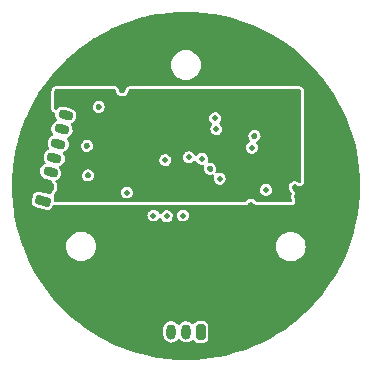
<source format=gbr>
%TF.GenerationSoftware,KiCad,Pcbnew,(6.0.0)*%
%TF.CreationDate,2022-02-06T18:29:28+08:00*%
%TF.ProjectId,STM32_FOC,53544d33-325f-4464-9f43-2e6b69636164,rev?*%
%TF.SameCoordinates,Original*%
%TF.FileFunction,Copper,L3,Inr*%
%TF.FilePolarity,Positive*%
%FSLAX46Y46*%
G04 Gerber Fmt 4.6, Leading zero omitted, Abs format (unit mm)*
G04 Created by KiCad (PCBNEW (6.0.0)) date 2022-02-06 18:29:28*
%MOMM*%
%LPD*%
G01*
G04 APERTURE LIST*
G04 Aperture macros list*
%AMRoundRect*
0 Rectangle with rounded corners*
0 $1 Rounding radius*
0 $2 $3 $4 $5 $6 $7 $8 $9 X,Y pos of 4 corners*
0 Add a 4 corners polygon primitive as box body*
4,1,4,$2,$3,$4,$5,$6,$7,$8,$9,$2,$3,0*
0 Add four circle primitives for the rounded corners*
1,1,$1+$1,$2,$3*
1,1,$1+$1,$4,$5*
1,1,$1+$1,$6,$7*
1,1,$1+$1,$8,$9*
0 Add four rect primitives between the rounded corners*
20,1,$1+$1,$2,$3,$4,$5,0*
20,1,$1+$1,$4,$5,$6,$7,0*
20,1,$1+$1,$6,$7,$8,$9,0*
20,1,$1+$1,$8,$9,$2,$3,0*%
%AMHorizOval*
0 Thick line with rounded ends*
0 $1 width*
0 $2 $3 position (X,Y) of the first rounded end (center of the circle)*
0 $4 $5 position (X,Y) of the second rounded end (center of the circle)*
0 Add line between two ends*
20,1,$1,$2,$3,$4,$5,0*
0 Add two circle primitives to create the rounded ends*
1,1,$1,$2,$3*
1,1,$1,$4,$5*%
G04 Aperture macros list end*
%TA.AperFunction,ComponentPad*%
%ADD10C,0.500000*%
%TD*%
%TA.AperFunction,ComponentPad*%
%ADD11RoundRect,0.200000X0.382903X-0.309654X0.486430X0.076717X-0.382903X0.309654X-0.486430X-0.076717X0*%
%TD*%
%TA.AperFunction,ComponentPad*%
%ADD12HorizOval,0.800000X-0.241481X0.064705X0.241481X-0.064705X0*%
%TD*%
%TA.AperFunction,ComponentPad*%
%ADD13RoundRect,0.200000X0.200000X0.450000X-0.200000X0.450000X-0.200000X-0.450000X0.200000X-0.450000X0*%
%TD*%
%TA.AperFunction,ComponentPad*%
%ADD14O,0.800000X1.300000*%
%TD*%
%TA.AperFunction,ViaPad*%
%ADD15C,0.500000*%
%TD*%
G04 APERTURE END LIST*
D10*
%TO.N,GND*%
%TO.C,U4*%
X100000000Y-107117500D03*
X98700000Y-107117500D03*
X101300000Y-107117500D03*
X98700000Y-106117500D03*
X98700000Y-108117500D03*
X100000000Y-108117500D03*
X100000000Y-106117500D03*
X101300000Y-108117500D03*
X101300000Y-106117500D03*
%TD*%
D11*
%TO.N,+12V*%
%TO.C,J3*%
X87882381Y-101237036D03*
D12*
%TO.N,GND*%
X88205905Y-100029629D03*
%TO.N,SWDIO*%
X88529429Y-98822221D03*
%TO.N,SWCLK*%
X88852952Y-97614814D03*
%TO.N,USART2_TX*%
X89176476Y-96407407D03*
%TO.N,USART2_RX*%
X89500000Y-95200000D03*
%TO.N,Button*%
X89823524Y-93992592D03*
%TO.N,+3V3*%
X90147048Y-92785185D03*
%TD*%
D13*
%TO.N,W*%
%TO.C,J1*%
X101250000Y-112350000D03*
D14*
%TO.N,V*%
X100000000Y-112350000D03*
%TO.N,U*%
X98750000Y-112350000D03*
%TD*%
D15*
%TO.N,GND*%
X95500000Y-113500000D03*
X91700000Y-102400000D03*
X109400000Y-100890000D03*
X92600000Y-93300000D03*
X105800000Y-95760000D03*
X91700000Y-99100000D03*
X98600000Y-87050000D03*
X105500000Y-101600000D03*
X95150000Y-104300000D03*
X91600000Y-96600000D03*
X109200000Y-100110000D03*
X102037500Y-98537500D03*
X97800000Y-90200000D03*
X101740000Y-103120000D03*
X104200000Y-90700000D03*
X94600000Y-91900000D03*
%TO.N,+3V3*%
X103720000Y-100830000D03*
X94680000Y-92880000D03*
X108610000Y-98280000D03*
X91700000Y-100200000D03*
X108900000Y-99160000D03*
X104970000Y-93390000D03*
%TO.N,USART2_RX*%
X97250000Y-102500000D03*
%TO.N,SWCLK*%
X102475000Y-94250000D03*
%TO.N,SWDIO*%
X102575000Y-95175000D03*
%TO.N,PWMC*%
X106780000Y-100330000D03*
X105580000Y-96750000D03*
%TO.N,EN1*%
X95000000Y-100550000D03*
X98370000Y-102550000D03*
%TO.N,CS*%
X98250000Y-97800000D03*
%TO.N,SCK*%
X102850000Y-99375000D03*
%TO.N,MISO*%
X100250000Y-97550000D03*
%TO.N,MOSI*%
X101350000Y-97700000D03*
%TO.N,Button*%
X99750000Y-102500000D03*
%TD*%
%TA.AperFunction,Conductor*%
%TO.N,+3V3*%
G36*
X94036920Y-91830002D02*
G01*
X94083413Y-91883658D01*
X94093735Y-91919662D01*
X94109088Y-92037065D01*
X94167289Y-92169339D01*
X94260276Y-92279960D01*
X94267747Y-92284933D01*
X94267748Y-92284934D01*
X94373101Y-92355063D01*
X94373103Y-92355064D01*
X94380574Y-92360037D01*
X94389138Y-92362713D01*
X94389141Y-92362714D01*
X94449542Y-92381585D01*
X94518510Y-92403132D01*
X94662998Y-92405780D01*
X94682530Y-92400455D01*
X94793763Y-92370130D01*
X94793765Y-92370129D01*
X94802422Y-92367769D01*
X94925572Y-92292154D01*
X95022551Y-92185014D01*
X95085560Y-92054962D01*
X95105471Y-91936614D01*
X95109092Y-91915095D01*
X95140119Y-91851237D01*
X95200745Y-91814291D01*
X95233346Y-91810000D01*
X109624000Y-91810000D01*
X109692121Y-91830002D01*
X109738614Y-91883658D01*
X109750000Y-91936000D01*
X109750000Y-99637992D01*
X109729998Y-99706113D01*
X109676342Y-99752606D01*
X109606068Y-99762710D01*
X109541172Y-99732942D01*
X109540916Y-99732718D01*
X109535056Y-99725918D01*
X109462935Y-99679171D01*
X109421324Y-99652200D01*
X109421322Y-99652199D01*
X109413790Y-99647317D01*
X109376367Y-99636125D01*
X109283938Y-99608482D01*
X109283936Y-99608482D01*
X109275337Y-99605910D01*
X109266363Y-99605855D01*
X109266361Y-99605855D01*
X109203082Y-99605469D01*
X109130827Y-99605028D01*
X109122196Y-99607495D01*
X109122194Y-99607495D01*
X109000509Y-99642272D01*
X109000505Y-99642274D01*
X108991879Y-99644739D01*
X108984292Y-99649526D01*
X108984290Y-99649527D01*
X108894607Y-99706113D01*
X108869661Y-99721853D01*
X108863718Y-99728582D01*
X108863717Y-99728583D01*
X108846489Y-99748090D01*
X108773999Y-99830170D01*
X108770185Y-99838293D01*
X108770184Y-99838295D01*
X108755521Y-99869527D01*
X108712583Y-99960982D01*
X108711203Y-99969846D01*
X108711202Y-99969849D01*
X108693313Y-100084745D01*
X108690350Y-100103773D01*
X108691514Y-100112675D01*
X108691514Y-100112678D01*
X108701606Y-100189849D01*
X108709088Y-100247065D01*
X108767289Y-100379339D01*
X108773063Y-100386208D01*
X108833549Y-100458164D01*
X108860276Y-100489960D01*
X108867747Y-100494933D01*
X108867748Y-100494934D01*
X108899544Y-100516099D01*
X108945167Y-100570496D01*
X108954138Y-100640924D01*
X108943780Y-100674533D01*
X108912583Y-100740982D01*
X108911203Y-100749846D01*
X108911202Y-100749849D01*
X108896906Y-100841670D01*
X108890350Y-100883773D01*
X108891514Y-100892675D01*
X108891514Y-100892678D01*
X108897040Y-100934934D01*
X108909088Y-101027065D01*
X108967289Y-101159339D01*
X108973061Y-101166206D01*
X108973065Y-101166212D01*
X108987114Y-101182925D01*
X109015635Y-101247941D01*
X109004479Y-101318056D01*
X108957186Y-101371008D01*
X108890663Y-101390000D01*
X106038177Y-101390000D01*
X105970056Y-101369998D01*
X105932599Y-101332457D01*
X105929388Y-101325395D01*
X105923529Y-101318595D01*
X105840916Y-101222718D01*
X105840913Y-101222716D01*
X105835056Y-101215918D01*
X105713790Y-101137317D01*
X105696921Y-101132272D01*
X105583938Y-101098482D01*
X105583936Y-101098482D01*
X105575337Y-101095910D01*
X105566363Y-101095855D01*
X105566361Y-101095855D01*
X105503082Y-101095469D01*
X105430827Y-101095028D01*
X105422196Y-101097495D01*
X105422194Y-101097495D01*
X105300509Y-101132272D01*
X105300505Y-101132274D01*
X105291879Y-101134739D01*
X105284292Y-101139526D01*
X105284290Y-101139527D01*
X105177254Y-101207062D01*
X105169661Y-101211853D01*
X105073999Y-101320170D01*
X105070183Y-101328298D01*
X105066978Y-101333177D01*
X105012860Y-101379131D01*
X104961666Y-101390000D01*
X88986000Y-101390000D01*
X88917879Y-101369998D01*
X88871386Y-101316342D01*
X88860000Y-101264000D01*
X88860000Y-100665092D01*
X88880002Y-100596971D01*
X88894158Y-100580139D01*
X88893922Y-100579939D01*
X88924485Y-100543773D01*
X94490350Y-100543773D01*
X94491514Y-100552675D01*
X94491514Y-100552678D01*
X94499599Y-100614500D01*
X94509088Y-100687065D01*
X94567289Y-100819339D01*
X94660276Y-100929960D01*
X94667747Y-100934933D01*
X94667748Y-100934934D01*
X94773101Y-101005063D01*
X94773103Y-101005064D01*
X94780574Y-101010037D01*
X94789138Y-101012713D01*
X94789141Y-101012714D01*
X94835076Y-101027065D01*
X94918510Y-101053132D01*
X95062998Y-101055780D01*
X95082530Y-101050455D01*
X95193763Y-101020130D01*
X95193765Y-101020129D01*
X95202422Y-101017769D01*
X95325572Y-100942154D01*
X95422551Y-100835014D01*
X95472044Y-100732859D01*
X95481645Y-100713043D01*
X95481645Y-100713042D01*
X95485560Y-100704962D01*
X95509536Y-100562453D01*
X95509688Y-100550000D01*
X95489201Y-100406948D01*
X95451384Y-100323773D01*
X106270350Y-100323773D01*
X106271514Y-100332675D01*
X106271514Y-100332678D01*
X106281606Y-100409849D01*
X106289088Y-100467065D01*
X106347289Y-100599339D01*
X106353063Y-100606208D01*
X106413549Y-100678164D01*
X106440276Y-100709960D01*
X106447747Y-100714933D01*
X106447748Y-100714934D01*
X106553101Y-100785063D01*
X106553103Y-100785064D01*
X106560574Y-100790037D01*
X106569138Y-100792713D01*
X106569141Y-100792714D01*
X106628071Y-100811125D01*
X106698510Y-100833132D01*
X106842998Y-100835780D01*
X106887612Y-100823617D01*
X106973763Y-100800130D01*
X106973765Y-100800129D01*
X106982422Y-100797769D01*
X107105572Y-100722154D01*
X107202551Y-100615014D01*
X107244065Y-100529328D01*
X107261645Y-100493043D01*
X107261645Y-100493042D01*
X107265560Y-100484962D01*
X107289536Y-100342453D01*
X107289688Y-100330000D01*
X107269201Y-100186948D01*
X107209388Y-100055395D01*
X107203530Y-100048596D01*
X107203527Y-100048592D01*
X107120916Y-99952718D01*
X107120913Y-99952716D01*
X107115056Y-99945918D01*
X107014561Y-99880780D01*
X107001324Y-99872200D01*
X107001322Y-99872199D01*
X106993790Y-99867317D01*
X106976921Y-99862272D01*
X106863938Y-99828482D01*
X106863936Y-99828482D01*
X106855337Y-99825910D01*
X106846363Y-99825855D01*
X106846361Y-99825855D01*
X106783082Y-99825469D01*
X106710827Y-99825028D01*
X106702196Y-99827495D01*
X106702194Y-99827495D01*
X106580509Y-99862272D01*
X106580505Y-99862274D01*
X106571879Y-99864739D01*
X106564292Y-99869526D01*
X106564290Y-99869527D01*
X106457254Y-99937062D01*
X106449661Y-99941853D01*
X106353999Y-100050170D01*
X106350185Y-100058293D01*
X106350184Y-100058295D01*
X106335521Y-100089527D01*
X106292583Y-100180982D01*
X106291203Y-100189846D01*
X106291202Y-100189849D01*
X106272200Y-100311893D01*
X106270350Y-100323773D01*
X95451384Y-100323773D01*
X95429388Y-100275395D01*
X95423530Y-100268596D01*
X95423527Y-100268592D01*
X95340916Y-100172718D01*
X95340913Y-100172716D01*
X95335056Y-100165918D01*
X95252917Y-100112678D01*
X95221324Y-100092200D01*
X95221322Y-100092199D01*
X95213790Y-100087317D01*
X95134384Y-100063569D01*
X95083938Y-100048482D01*
X95083936Y-100048482D01*
X95075337Y-100045910D01*
X95066363Y-100045855D01*
X95066361Y-100045855D01*
X95003082Y-100045469D01*
X94930827Y-100045028D01*
X94922196Y-100047495D01*
X94922194Y-100047495D01*
X94800509Y-100082272D01*
X94800505Y-100082274D01*
X94791879Y-100084739D01*
X94784292Y-100089526D01*
X94784290Y-100089527D01*
X94700096Y-100142650D01*
X94669661Y-100161853D01*
X94573999Y-100270170D01*
X94512583Y-100400982D01*
X94511203Y-100409846D01*
X94511202Y-100409849D01*
X94498249Y-100493043D01*
X94490350Y-100543773D01*
X88924485Y-100543773D01*
X88931982Y-100534901D01*
X89000658Y-100453634D01*
X89072630Y-100304753D01*
X89105316Y-100142650D01*
X89104258Y-100122453D01*
X89097076Y-99985428D01*
X89097076Y-99985427D01*
X89096661Y-99977512D01*
X89047211Y-99819713D01*
X88960071Y-99679171D01*
X88962240Y-99677826D01*
X88939727Y-99623853D01*
X88952160Y-99553953D01*
X89000410Y-99501872D01*
X89019817Y-99492444D01*
X89075252Y-99471165D01*
X89075255Y-99471163D01*
X89082652Y-99468324D01*
X89201975Y-99383526D01*
X89210985Y-99377123D01*
X89210987Y-99377121D01*
X89217446Y-99372531D01*
X89324182Y-99246226D01*
X89396154Y-99097345D01*
X89396874Y-99093773D01*
X91190350Y-99093773D01*
X91191514Y-99102675D01*
X91191514Y-99102678D01*
X91200668Y-99172679D01*
X91209088Y-99237065D01*
X91267289Y-99369339D01*
X91360276Y-99479960D01*
X91367747Y-99484933D01*
X91367748Y-99484934D01*
X91473101Y-99555063D01*
X91473103Y-99555064D01*
X91480574Y-99560037D01*
X91489138Y-99562713D01*
X91489141Y-99562714D01*
X91549542Y-99581585D01*
X91618510Y-99603132D01*
X91762998Y-99605780D01*
X91782530Y-99600455D01*
X91893763Y-99570130D01*
X91893765Y-99570129D01*
X91902422Y-99567769D01*
X92025572Y-99492154D01*
X92122551Y-99385014D01*
X92159120Y-99309535D01*
X92181645Y-99263043D01*
X92181645Y-99263042D01*
X92185560Y-99254962D01*
X92209536Y-99112453D01*
X92209688Y-99100000D01*
X92189201Y-98956948D01*
X92129388Y-98825395D01*
X92123530Y-98818596D01*
X92123527Y-98818592D01*
X92040916Y-98722718D01*
X92040913Y-98722716D01*
X92035056Y-98715918D01*
X91913790Y-98637317D01*
X91855446Y-98619868D01*
X91783938Y-98598482D01*
X91783936Y-98598482D01*
X91775337Y-98595910D01*
X91766363Y-98595855D01*
X91766361Y-98595855D01*
X91703082Y-98595469D01*
X91630827Y-98595028D01*
X91622196Y-98597495D01*
X91622194Y-98597495D01*
X91500509Y-98632272D01*
X91500505Y-98632274D01*
X91491879Y-98634739D01*
X91484292Y-98639526D01*
X91484290Y-98639527D01*
X91387591Y-98700540D01*
X91369661Y-98711853D01*
X91273999Y-98820170D01*
X91270185Y-98828293D01*
X91270184Y-98828295D01*
X91248969Y-98873482D01*
X91212583Y-98950982D01*
X91211203Y-98959846D01*
X91211202Y-98959849D01*
X91198238Y-99043115D01*
X91190350Y-99093773D01*
X89396874Y-99093773D01*
X89428840Y-98935242D01*
X89427895Y-98917200D01*
X89420600Y-98778020D01*
X89420600Y-98778019D01*
X89420185Y-98770104D01*
X89370735Y-98612305D01*
X89283595Y-98471763D01*
X89285760Y-98470421D01*
X89263248Y-98416417D01*
X89275697Y-98346520D01*
X89323959Y-98294450D01*
X89343342Y-98285036D01*
X89406175Y-98260917D01*
X89487425Y-98203176D01*
X89534508Y-98169716D01*
X89534510Y-98169714D01*
X89540969Y-98165124D01*
X89647705Y-98038819D01*
X89719677Y-97889938D01*
X89739067Y-97793773D01*
X97740350Y-97793773D01*
X97741514Y-97802675D01*
X97741514Y-97802678D01*
X97757924Y-97928164D01*
X97759088Y-97937065D01*
X97817289Y-98069339D01*
X97910276Y-98179960D01*
X97917747Y-98184933D01*
X97917748Y-98184934D01*
X98023101Y-98255063D01*
X98023103Y-98255064D01*
X98030574Y-98260037D01*
X98039138Y-98262713D01*
X98039141Y-98262714D01*
X98099542Y-98281585D01*
X98168510Y-98303132D01*
X98312998Y-98305780D01*
X98332530Y-98300455D01*
X98443763Y-98270130D01*
X98443765Y-98270129D01*
X98452422Y-98267769D01*
X98575572Y-98192154D01*
X98672551Y-98085014D01*
X98725267Y-97976208D01*
X98731645Y-97963043D01*
X98731645Y-97963042D01*
X98735560Y-97954962D01*
X98759536Y-97812453D01*
X98759688Y-97800000D01*
X98744475Y-97693773D01*
X98740474Y-97665835D01*
X98740473Y-97665833D01*
X98739201Y-97656948D01*
X98731173Y-97639290D01*
X98699947Y-97570613D01*
X98687744Y-97543773D01*
X99740350Y-97543773D01*
X99741514Y-97552675D01*
X99741514Y-97552678D01*
X99755150Y-97656948D01*
X99759088Y-97687065D01*
X99817289Y-97819339D01*
X99823063Y-97826208D01*
X99835611Y-97841135D01*
X99910276Y-97929960D01*
X99917747Y-97934933D01*
X99917748Y-97934934D01*
X100023101Y-98005063D01*
X100023103Y-98005064D01*
X100030574Y-98010037D01*
X100039138Y-98012713D01*
X100039141Y-98012714D01*
X100099542Y-98031585D01*
X100168510Y-98053132D01*
X100312998Y-98055780D01*
X100332530Y-98050455D01*
X100443763Y-98020130D01*
X100443765Y-98020129D01*
X100452422Y-98017769D01*
X100575572Y-97942154D01*
X100636406Y-97874946D01*
X100667011Y-97841135D01*
X100727555Y-97804054D01*
X100798535Y-97805592D01*
X100857415Y-97845261D01*
X100875755Y-97874945D01*
X100917289Y-97969339D01*
X100923063Y-97976208D01*
X100989951Y-98055780D01*
X101010276Y-98079960D01*
X101017747Y-98084933D01*
X101017748Y-98084934D01*
X101123101Y-98155063D01*
X101123103Y-98155064D01*
X101130574Y-98160037D01*
X101139138Y-98162713D01*
X101139141Y-98162714D01*
X101172353Y-98173090D01*
X101268510Y-98203132D01*
X101343354Y-98204504D01*
X101404026Y-98205616D01*
X101404029Y-98205616D01*
X101412998Y-98205780D01*
X101421658Y-98203419D01*
X101423608Y-98203176D01*
X101493679Y-98214603D01*
X101546449Y-98262099D01*
X101565163Y-98330585D01*
X101555630Y-98371499D01*
X101556522Y-98371772D01*
X101553896Y-98380360D01*
X101550083Y-98388482D01*
X101548703Y-98397346D01*
X101548702Y-98397349D01*
X101531190Y-98509824D01*
X101527850Y-98531273D01*
X101529014Y-98540175D01*
X101529014Y-98540178D01*
X101536639Y-98598482D01*
X101546588Y-98674565D01*
X101604789Y-98806839D01*
X101697776Y-98917460D01*
X101705247Y-98922433D01*
X101705248Y-98922434D01*
X101810601Y-98992563D01*
X101810603Y-98992564D01*
X101818074Y-98997537D01*
X101826638Y-99000213D01*
X101826641Y-99000214D01*
X101887042Y-99019085D01*
X101956010Y-99040632D01*
X102100498Y-99043280D01*
X102236338Y-99006246D01*
X102307320Y-99007626D01*
X102366289Y-99047163D01*
X102394521Y-99112305D01*
X102383534Y-99181358D01*
X102362583Y-99225982D01*
X102361203Y-99234846D01*
X102361202Y-99234849D01*
X102349574Y-99309535D01*
X102340350Y-99368773D01*
X102341514Y-99377675D01*
X102341514Y-99377678D01*
X102353991Y-99473090D01*
X102359088Y-99512065D01*
X102417289Y-99644339D01*
X102423063Y-99651208D01*
X102485864Y-99725918D01*
X102510276Y-99754960D01*
X102517747Y-99759933D01*
X102517748Y-99759934D01*
X102623101Y-99830063D01*
X102623103Y-99830064D01*
X102630574Y-99835037D01*
X102639138Y-99837713D01*
X102639141Y-99837714D01*
X102699542Y-99856585D01*
X102768510Y-99878132D01*
X102912998Y-99880780D01*
X102932530Y-99875455D01*
X103043763Y-99845130D01*
X103043765Y-99845129D01*
X103052422Y-99842769D01*
X103175572Y-99767154D01*
X103272551Y-99660014D01*
X103317243Y-99567769D01*
X103331645Y-99538043D01*
X103331645Y-99538042D01*
X103335560Y-99529962D01*
X103359536Y-99387453D01*
X103359688Y-99375000D01*
X103341229Y-99246110D01*
X103340474Y-99240835D01*
X103340473Y-99240833D01*
X103339201Y-99231948D01*
X103279388Y-99100395D01*
X103273530Y-99093596D01*
X103273527Y-99093592D01*
X103190916Y-98997718D01*
X103190913Y-98997716D01*
X103185056Y-98990918D01*
X103090538Y-98929654D01*
X103071324Y-98917200D01*
X103071322Y-98917199D01*
X103063790Y-98912317D01*
X103055170Y-98909739D01*
X102933938Y-98873482D01*
X102933936Y-98873482D01*
X102925337Y-98870910D01*
X102916363Y-98870855D01*
X102916361Y-98870855D01*
X102853082Y-98870469D01*
X102780827Y-98870028D01*
X102652603Y-98906674D01*
X102581611Y-98906162D01*
X102522163Y-98867348D01*
X102493137Y-98802556D01*
X102504588Y-98730588D01*
X102510405Y-98718583D01*
X102523060Y-98692462D01*
X102547036Y-98549953D01*
X102547188Y-98537500D01*
X102526701Y-98394448D01*
X102466888Y-98262895D01*
X102461030Y-98256096D01*
X102461027Y-98256092D01*
X102378416Y-98160218D01*
X102378413Y-98160216D01*
X102372556Y-98153418D01*
X102251290Y-98074817D01*
X102187636Y-98055780D01*
X102121438Y-98035982D01*
X102121436Y-98035982D01*
X102112837Y-98033410D01*
X102103863Y-98033355D01*
X102103861Y-98033355D01*
X102039676Y-98032963D01*
X101968327Y-98032528D01*
X101964020Y-98033759D01*
X101896054Y-98023526D01*
X101842708Y-97976678D01*
X101823159Y-97908426D01*
X101829121Y-97870953D01*
X101831647Y-97863039D01*
X101835560Y-97854962D01*
X101859536Y-97712453D01*
X101859612Y-97706226D01*
X101859629Y-97704860D01*
X101859629Y-97704856D01*
X101859688Y-97700000D01*
X101839201Y-97556948D01*
X101779388Y-97425395D01*
X101773530Y-97418596D01*
X101773527Y-97418592D01*
X101690916Y-97322718D01*
X101690913Y-97322716D01*
X101685056Y-97315918D01*
X101604096Y-97263442D01*
X101571324Y-97242200D01*
X101571322Y-97242199D01*
X101563790Y-97237317D01*
X101506322Y-97220130D01*
X101433938Y-97198482D01*
X101433936Y-97198482D01*
X101425337Y-97195910D01*
X101416363Y-97195855D01*
X101416361Y-97195855D01*
X101353082Y-97195469D01*
X101280827Y-97195028D01*
X101272196Y-97197495D01*
X101272194Y-97197495D01*
X101150509Y-97232272D01*
X101150505Y-97232274D01*
X101141879Y-97234739D01*
X101134292Y-97239526D01*
X101134290Y-97239527D01*
X101027254Y-97307062D01*
X101019661Y-97311853D01*
X101013718Y-97318582D01*
X101013717Y-97318583D01*
X100934656Y-97408103D01*
X100874571Y-97445921D01*
X100803577Y-97445251D01*
X100744216Y-97406305D01*
X100725514Y-97376845D01*
X100683106Y-97283571D01*
X100683104Y-97283568D01*
X100679388Y-97275395D01*
X100673530Y-97268596D01*
X100673527Y-97268592D01*
X100590916Y-97172718D01*
X100590913Y-97172716D01*
X100585056Y-97165918D01*
X100492275Y-97105780D01*
X100471324Y-97092200D01*
X100471322Y-97092199D01*
X100463790Y-97087317D01*
X100446921Y-97082272D01*
X100333938Y-97048482D01*
X100333936Y-97048482D01*
X100325337Y-97045910D01*
X100316363Y-97045855D01*
X100316361Y-97045855D01*
X100253082Y-97045469D01*
X100180827Y-97045028D01*
X100172196Y-97047495D01*
X100172194Y-97047495D01*
X100050509Y-97082272D01*
X100050505Y-97082274D01*
X100041879Y-97084739D01*
X100034292Y-97089526D01*
X100034290Y-97089527D01*
X99950882Y-97142154D01*
X99919661Y-97161853D01*
X99913718Y-97168582D01*
X99913717Y-97168583D01*
X99889583Y-97195910D01*
X99823999Y-97270170D01*
X99820185Y-97278293D01*
X99820184Y-97278295D01*
X99806678Y-97307062D01*
X99762583Y-97400982D01*
X99761203Y-97409846D01*
X99761202Y-97409849D01*
X99741939Y-97533569D01*
X99740350Y-97543773D01*
X98687744Y-97543773D01*
X98679388Y-97525395D01*
X98673530Y-97518596D01*
X98673527Y-97518592D01*
X98590916Y-97422718D01*
X98590913Y-97422716D01*
X98585056Y-97415918D01*
X98463790Y-97337317D01*
X98446921Y-97332272D01*
X98333938Y-97298482D01*
X98333936Y-97298482D01*
X98325337Y-97295910D01*
X98316363Y-97295855D01*
X98316361Y-97295855D01*
X98253082Y-97295469D01*
X98180827Y-97295028D01*
X98172196Y-97297495D01*
X98172194Y-97297495D01*
X98050509Y-97332272D01*
X98050505Y-97332274D01*
X98041879Y-97334739D01*
X98034292Y-97339526D01*
X98034290Y-97339527D01*
X97941363Y-97398160D01*
X97919661Y-97411853D01*
X97913718Y-97418582D01*
X97913717Y-97418583D01*
X97910065Y-97422718D01*
X97823999Y-97520170D01*
X97820185Y-97528293D01*
X97820184Y-97528295D01*
X97806732Y-97556948D01*
X97762583Y-97650982D01*
X97761203Y-97659846D01*
X97761202Y-97659849D01*
X97750617Y-97727835D01*
X97740350Y-97793773D01*
X89739067Y-97793773D01*
X89752363Y-97727835D01*
X89743708Y-97562697D01*
X89694258Y-97404898D01*
X89607118Y-97264356D01*
X89609286Y-97263012D01*
X89586774Y-97209034D01*
X89599210Y-97139135D01*
X89647462Y-97087055D01*
X89666864Y-97077630D01*
X89677456Y-97073564D01*
X89729699Y-97053510D01*
X89797096Y-97005614D01*
X89858032Y-96962309D01*
X89858034Y-96962307D01*
X89864493Y-96957717D01*
X89971229Y-96831412D01*
X90043201Y-96682531D01*
X90061098Y-96593773D01*
X91090350Y-96593773D01*
X91091514Y-96602675D01*
X91091514Y-96602678D01*
X91100940Y-96674757D01*
X91109088Y-96737065D01*
X91167289Y-96869339D01*
X91260276Y-96979960D01*
X91267747Y-96984933D01*
X91267748Y-96984934D01*
X91373101Y-97055063D01*
X91373103Y-97055064D01*
X91380574Y-97060037D01*
X91389138Y-97062713D01*
X91389141Y-97062714D01*
X91449542Y-97081585D01*
X91518510Y-97103132D01*
X91662998Y-97105780D01*
X91682530Y-97100455D01*
X91793763Y-97070130D01*
X91793765Y-97070129D01*
X91802422Y-97067769D01*
X91925572Y-96992154D01*
X92022551Y-96885014D01*
X92085560Y-96754962D01*
X92087442Y-96743773D01*
X105070350Y-96743773D01*
X105071514Y-96752675D01*
X105071514Y-96752678D01*
X105080877Y-96824273D01*
X105089088Y-96887065D01*
X105147289Y-97019339D01*
X105153063Y-97026208D01*
X105219951Y-97105780D01*
X105240276Y-97129960D01*
X105247747Y-97134933D01*
X105247748Y-97134934D01*
X105353101Y-97205063D01*
X105353103Y-97205064D01*
X105360574Y-97210037D01*
X105369138Y-97212713D01*
X105369141Y-97212714D01*
X105429542Y-97231585D01*
X105498510Y-97253132D01*
X105642998Y-97255780D01*
X105662530Y-97250455D01*
X105773763Y-97220130D01*
X105773765Y-97220129D01*
X105782422Y-97217769D01*
X105905572Y-97142154D01*
X106002551Y-97035014D01*
X106065560Y-96904962D01*
X106089536Y-96762453D01*
X106089612Y-96756227D01*
X106089629Y-96754860D01*
X106089629Y-96754856D01*
X106089688Y-96750000D01*
X106069201Y-96606948D01*
X106009388Y-96475395D01*
X105963073Y-96421644D01*
X105933759Y-96356982D01*
X105944058Y-96286736D01*
X105990700Y-96233209D01*
X105999373Y-96228600D01*
X106002422Y-96227769D01*
X106010649Y-96222718D01*
X106062708Y-96190753D01*
X106125572Y-96152154D01*
X106137002Y-96139527D01*
X106216526Y-96051670D01*
X106222551Y-96045014D01*
X106254056Y-95979988D01*
X106281645Y-95923043D01*
X106281645Y-95923042D01*
X106285560Y-95914962D01*
X106309536Y-95772453D01*
X106309688Y-95760000D01*
X106292899Y-95642769D01*
X106290474Y-95625835D01*
X106290473Y-95625833D01*
X106289201Y-95616948D01*
X106229388Y-95485395D01*
X106223530Y-95478596D01*
X106223527Y-95478592D01*
X106140916Y-95382718D01*
X106140913Y-95382716D01*
X106135056Y-95375918D01*
X106050014Y-95320796D01*
X106021324Y-95302200D01*
X106021322Y-95302199D01*
X106013790Y-95297317D01*
X105996921Y-95292272D01*
X105883938Y-95258482D01*
X105883936Y-95258482D01*
X105875337Y-95255910D01*
X105866363Y-95255855D01*
X105866361Y-95255855D01*
X105803082Y-95255469D01*
X105730827Y-95255028D01*
X105722196Y-95257495D01*
X105722194Y-95257495D01*
X105600509Y-95292272D01*
X105600505Y-95292274D01*
X105591879Y-95294739D01*
X105584292Y-95299526D01*
X105584290Y-95299527D01*
X105536054Y-95329962D01*
X105469661Y-95371853D01*
X105463718Y-95378582D01*
X105463717Y-95378583D01*
X105436045Y-95409916D01*
X105373999Y-95480170D01*
X105312583Y-95610982D01*
X105311203Y-95619846D01*
X105311202Y-95619849D01*
X105291832Y-95744257D01*
X105290350Y-95753773D01*
X105291514Y-95762675D01*
X105291514Y-95762678D01*
X105301823Y-95841511D01*
X105309088Y-95897065D01*
X105367289Y-96029339D01*
X105373063Y-96036208D01*
X105417922Y-96089574D01*
X105446443Y-96154590D01*
X105435287Y-96224705D01*
X105387995Y-96277657D01*
X105377911Y-96283015D01*
X105371879Y-96284739D01*
X105307443Y-96325395D01*
X105260063Y-96355290D01*
X105249661Y-96361853D01*
X105243718Y-96368582D01*
X105243717Y-96368583D01*
X105178119Y-96442859D01*
X105153999Y-96470170D01*
X105092583Y-96600982D01*
X105091203Y-96609846D01*
X105091202Y-96609849D01*
X105078774Y-96689671D01*
X105070350Y-96743773D01*
X92087442Y-96743773D01*
X92109536Y-96612453D01*
X92109688Y-96600000D01*
X92097158Y-96512507D01*
X92090474Y-96465835D01*
X92090473Y-96465833D01*
X92089201Y-96456948D01*
X92029388Y-96325395D01*
X92023530Y-96318596D01*
X92023527Y-96318592D01*
X91940916Y-96222718D01*
X91940913Y-96222716D01*
X91935056Y-96215918D01*
X91813790Y-96137317D01*
X91782416Y-96127934D01*
X91683938Y-96098482D01*
X91683936Y-96098482D01*
X91675337Y-96095910D01*
X91666363Y-96095855D01*
X91666361Y-96095855D01*
X91603082Y-96095469D01*
X91530827Y-96095028D01*
X91522196Y-96097495D01*
X91522194Y-96097495D01*
X91400509Y-96132272D01*
X91400505Y-96132274D01*
X91391879Y-96134739D01*
X91384292Y-96139526D01*
X91384290Y-96139527D01*
X91277254Y-96207062D01*
X91269661Y-96211853D01*
X91263718Y-96218582D01*
X91263717Y-96218583D01*
X91250800Y-96233209D01*
X91173999Y-96320170D01*
X91112583Y-96450982D01*
X91111203Y-96459846D01*
X91111202Y-96459849D01*
X91108782Y-96475395D01*
X91090350Y-96593773D01*
X90061098Y-96593773D01*
X90075887Y-96520428D01*
X90067232Y-96355290D01*
X90017782Y-96197491D01*
X89930642Y-96056949D01*
X89932810Y-96055605D01*
X89910298Y-96001627D01*
X89922734Y-95931728D01*
X89970986Y-95879648D01*
X89990388Y-95870223D01*
X90000980Y-95866157D01*
X90053223Y-95846103D01*
X90156859Y-95772453D01*
X90181556Y-95754902D01*
X90181558Y-95754900D01*
X90188017Y-95750310D01*
X90294753Y-95624005D01*
X90366725Y-95475124D01*
X90399411Y-95313021D01*
X90398895Y-95303164D01*
X90391171Y-95155799D01*
X90391171Y-95155798D01*
X90390756Y-95147883D01*
X90341306Y-94990084D01*
X90254166Y-94849542D01*
X90256335Y-94848197D01*
X90233822Y-94794224D01*
X90246255Y-94724324D01*
X90294505Y-94672243D01*
X90313912Y-94662815D01*
X90369347Y-94641536D01*
X90369350Y-94641534D01*
X90376747Y-94638695D01*
X90496070Y-94553897D01*
X90505080Y-94547494D01*
X90505082Y-94547492D01*
X90511541Y-94542902D01*
X90618277Y-94416597D01*
X90690249Y-94267716D01*
X90695077Y-94243773D01*
X101965350Y-94243773D01*
X101966514Y-94252675D01*
X101966514Y-94252678D01*
X101978332Y-94343050D01*
X101984088Y-94387065D01*
X102042289Y-94519339D01*
X102135276Y-94629960D01*
X102142747Y-94634933D01*
X102142749Y-94634935D01*
X102160342Y-94646646D01*
X102171191Y-94653867D01*
X102216814Y-94708263D01*
X102225786Y-94778690D01*
X102195814Y-94842162D01*
X102148999Y-94895170D01*
X102087583Y-95025982D01*
X102086203Y-95034846D01*
X102086202Y-95034849D01*
X102068603Y-95147883D01*
X102065350Y-95168773D01*
X102066514Y-95177675D01*
X102066514Y-95177678D01*
X102076745Y-95255910D01*
X102084088Y-95312065D01*
X102142289Y-95444339D01*
X102235276Y-95554960D01*
X102242747Y-95559933D01*
X102242748Y-95559934D01*
X102348101Y-95630063D01*
X102348103Y-95630064D01*
X102355574Y-95635037D01*
X102364138Y-95637713D01*
X102364141Y-95637714D01*
X102424542Y-95656585D01*
X102493510Y-95678132D01*
X102637998Y-95680780D01*
X102657530Y-95675455D01*
X102768763Y-95645130D01*
X102768765Y-95645129D01*
X102777422Y-95642769D01*
X102900572Y-95567154D01*
X102997551Y-95460014D01*
X103060560Y-95329962D01*
X103084536Y-95187453D01*
X103084688Y-95175000D01*
X103064201Y-95031948D01*
X103004388Y-94900395D01*
X102998530Y-94893596D01*
X102998527Y-94893592D01*
X102915916Y-94797718D01*
X102915913Y-94797716D01*
X102910056Y-94790918D01*
X102880423Y-94771711D01*
X102834141Y-94717876D01*
X102824310Y-94647563D01*
X102855543Y-94581424D01*
X102891523Y-94541674D01*
X102891524Y-94541672D01*
X102897551Y-94535014D01*
X102960560Y-94404962D01*
X102984536Y-94262453D01*
X102984688Y-94250000D01*
X102964201Y-94106948D01*
X102904388Y-93975395D01*
X102898530Y-93968596D01*
X102898527Y-93968592D01*
X102815916Y-93872718D01*
X102815913Y-93872716D01*
X102810056Y-93865918D01*
X102717275Y-93805780D01*
X102696324Y-93792200D01*
X102696322Y-93792199D01*
X102688790Y-93787317D01*
X102631322Y-93770130D01*
X102558938Y-93748482D01*
X102558936Y-93748482D01*
X102550337Y-93745910D01*
X102541363Y-93745855D01*
X102541361Y-93745855D01*
X102478082Y-93745469D01*
X102405827Y-93745028D01*
X102397196Y-93747495D01*
X102397194Y-93747495D01*
X102275509Y-93782272D01*
X102275505Y-93782274D01*
X102266879Y-93784739D01*
X102259292Y-93789526D01*
X102259290Y-93789527D01*
X102233531Y-93805780D01*
X102144661Y-93861853D01*
X102048999Y-93970170D01*
X101987583Y-94100982D01*
X101965350Y-94243773D01*
X90695077Y-94243773D01*
X90722935Y-94105613D01*
X90714280Y-93940475D01*
X90664830Y-93782676D01*
X90577690Y-93642134D01*
X90458337Y-93527678D01*
X90314268Y-93446499D01*
X89744291Y-93293773D01*
X92090350Y-93293773D01*
X92091514Y-93302675D01*
X92091514Y-93302678D01*
X92097844Y-93351081D01*
X92109088Y-93437065D01*
X92167289Y-93569339D01*
X92173063Y-93576208D01*
X92234145Y-93648873D01*
X92260276Y-93679960D01*
X92267747Y-93684933D01*
X92267748Y-93684934D01*
X92373101Y-93755063D01*
X92373103Y-93755064D01*
X92380574Y-93760037D01*
X92389138Y-93762713D01*
X92389141Y-93762714D01*
X92431469Y-93775938D01*
X92518510Y-93803132D01*
X92662998Y-93805780D01*
X92682530Y-93800455D01*
X92793763Y-93770130D01*
X92793765Y-93770129D01*
X92802422Y-93767769D01*
X92925572Y-93692154D01*
X93022551Y-93585014D01*
X93060022Y-93507673D01*
X93081645Y-93463043D01*
X93081645Y-93463042D01*
X93085560Y-93454962D01*
X93109536Y-93312453D01*
X93109688Y-93300000D01*
X93089201Y-93156948D01*
X93029388Y-93025395D01*
X93023530Y-93018596D01*
X93023527Y-93018592D01*
X92940916Y-92922718D01*
X92940913Y-92922716D01*
X92935056Y-92915918D01*
X92813790Y-92837317D01*
X92796921Y-92832272D01*
X92683938Y-92798482D01*
X92683936Y-92798482D01*
X92675337Y-92795910D01*
X92666363Y-92795855D01*
X92666361Y-92795855D01*
X92603082Y-92795469D01*
X92530827Y-92795028D01*
X92522196Y-92797495D01*
X92522194Y-92797495D01*
X92400509Y-92832272D01*
X92400505Y-92832274D01*
X92391879Y-92834739D01*
X92384292Y-92839526D01*
X92384290Y-92839527D01*
X92277254Y-92907062D01*
X92269661Y-92911853D01*
X92173999Y-93020170D01*
X92112583Y-93150982D01*
X92111203Y-93159846D01*
X92111202Y-93159849D01*
X92091795Y-93284494D01*
X92090350Y-93293773D01*
X89744291Y-93293773D01*
X89711666Y-93285031D01*
X89588952Y-93268221D01*
X89581079Y-93269132D01*
X89581078Y-93269132D01*
X89559005Y-93271686D01*
X89424683Y-93287228D01*
X89270301Y-93346489D01*
X89202904Y-93394385D01*
X89141968Y-93437690D01*
X89141966Y-93437692D01*
X89135507Y-93442282D01*
X89130392Y-93448335D01*
X89082238Y-93505317D01*
X89022991Y-93544437D01*
X88952000Y-93545315D01*
X88891804Y-93507673D01*
X88861514Y-93443462D01*
X88860000Y-93423989D01*
X88860000Y-91936000D01*
X88880002Y-91867879D01*
X88933658Y-91821386D01*
X88986000Y-91810000D01*
X93968799Y-91810000D01*
X94036920Y-91830002D01*
G37*
%TD.AperFunction*%
%TD*%
%TA.AperFunction,Conductor*%
%TO.N,GND*%
G36*
X100028915Y-85254108D02*
G01*
X100485736Y-85266470D01*
X100768563Y-85274123D01*
X100774931Y-85274457D01*
X101512590Y-85331864D01*
X101518933Y-85332519D01*
X102252773Y-85427177D01*
X102259075Y-85428153D01*
X102277048Y-85431403D01*
X102987168Y-85559814D01*
X102993398Y-85561104D01*
X103180870Y-85604902D01*
X103713901Y-85729434D01*
X103720072Y-85731041D01*
X104431149Y-85935610D01*
X104437231Y-85937528D01*
X105137036Y-86177808D01*
X105143012Y-86180031D01*
X105405774Y-86285394D01*
X105829756Y-86455404D01*
X105835594Y-86457918D01*
X106507549Y-86767693D01*
X106513252Y-86770498D01*
X107168687Y-87113880D01*
X107174259Y-87116982D01*
X107811447Y-87493065D01*
X107816854Y-87496444D01*
X108434195Y-87904278D01*
X108439425Y-87907926D01*
X109035362Y-88346487D01*
X109040393Y-88350389D01*
X109613411Y-88818564D01*
X109618196Y-88822680D01*
X109952847Y-89125592D01*
X110166758Y-89319215D01*
X110171376Y-89323612D01*
X110694116Y-89847265D01*
X110698504Y-89851889D01*
X111161017Y-90364660D01*
X111194080Y-90401316D01*
X111198229Y-90406157D01*
X111253333Y-90473841D01*
X111665371Y-90979952D01*
X111669270Y-90984997D01*
X112106781Y-91581688D01*
X112110420Y-91586924D01*
X112517183Y-92204983D01*
X112520553Y-92210397D01*
X112895520Y-92848238D01*
X112898612Y-92853815D01*
X113235022Y-93498676D01*
X113240845Y-93509839D01*
X113243650Y-93515566D01*
X113552240Y-94188035D01*
X113554752Y-94193896D01*
X113614258Y-94343050D01*
X113812064Y-94838853D01*
X113828929Y-94881126D01*
X113831137Y-94887095D01*
X114053560Y-95538594D01*
X114070197Y-95587324D01*
X114072104Y-95593409D01*
X114275427Y-96304824D01*
X114277024Y-96310998D01*
X114444098Y-97031804D01*
X114445380Y-97038051D01*
X114575767Y-97766359D01*
X114576732Y-97772662D01*
X114664483Y-98462435D01*
X114670110Y-98506668D01*
X114670752Y-98512993D01*
X114726875Y-99250789D01*
X114727196Y-99257119D01*
X114745891Y-99995681D01*
X114745955Y-99998207D01*
X114745994Y-100001807D01*
X114745865Y-100038746D01*
X114745647Y-100101135D01*
X114745582Y-100104763D01*
X114721651Y-100845650D01*
X114721284Y-100852016D01*
X114660015Y-101589367D01*
X114659327Y-101595706D01*
X114644865Y-101703376D01*
X114568948Y-102268592D01*
X114560828Y-102329045D01*
X114559821Y-102335328D01*
X114434163Y-103010037D01*
X114424348Y-103062736D01*
X114423022Y-103068971D01*
X114255623Y-103768932D01*
X114250928Y-103788562D01*
X114249292Y-103794714D01*
X114222159Y-103887201D01*
X114040993Y-104504737D01*
X114039043Y-104510808D01*
X113795109Y-105209329D01*
X113792855Y-105215294D01*
X113693366Y-105459695D01*
X113528566Y-105864536D01*
X113513889Y-105900590D01*
X113511340Y-105906424D01*
X113261458Y-106441079D01*
X113198052Y-106576745D01*
X113195207Y-106582451D01*
X112848419Y-107236040D01*
X112845290Y-107241595D01*
X112540858Y-107751273D01*
X112465862Y-107876830D01*
X112462460Y-107882210D01*
X112051379Y-108497438D01*
X112047728Y-108502613D01*
X111696853Y-108974206D01*
X111606053Y-109096245D01*
X111602119Y-109101263D01*
X111130968Y-109671798D01*
X111126784Y-109676610D01*
X110627408Y-110222541D01*
X110622996Y-110227127D01*
X110096583Y-110747147D01*
X110091956Y-110751491D01*
X109863067Y-110955783D01*
X109539951Y-111244174D01*
X109535088Y-111248299D01*
X109218766Y-111503084D01*
X108993007Y-111684924D01*
X108958845Y-111712440D01*
X108953787Y-111716307D01*
X108912555Y-111746209D01*
X108354812Y-112150689D01*
X108349557Y-112154301D01*
X107729358Y-112557833D01*
X107723926Y-112561174D01*
X107084132Y-112932796D01*
X107078539Y-112935858D01*
X106420764Y-113274635D01*
X106415023Y-113277411D01*
X105740923Y-113582487D01*
X105735049Y-113584968D01*
X105046399Y-113855540D01*
X105040407Y-113857721D01*
X104338927Y-114093115D01*
X104332861Y-114094981D01*
X103752683Y-114257515D01*
X103620369Y-114294582D01*
X103614187Y-114296146D01*
X102892535Y-114459440D01*
X102886297Y-114460687D01*
X102634007Y-114504491D01*
X102157271Y-114587266D01*
X102150962Y-114588197D01*
X101416504Y-114677726D01*
X101410157Y-114678337D01*
X100965289Y-114709836D01*
X100672108Y-114730595D01*
X100665760Y-114730883D01*
X100252090Y-114739188D01*
X99925967Y-114745734D01*
X99919590Y-114745700D01*
X99180043Y-114723105D01*
X99173676Y-114722749D01*
X98436219Y-114662766D01*
X98429879Y-114662089D01*
X97696373Y-114564870D01*
X97690075Y-114563872D01*
X97123841Y-114459438D01*
X96962440Y-114429670D01*
X96956218Y-114428359D01*
X96236303Y-114257515D01*
X96230138Y-114255886D01*
X95519799Y-114048841D01*
X95513724Y-114046903D01*
X95359436Y-113993325D01*
X94814744Y-113804176D01*
X94808780Y-113801934D01*
X94122999Y-113524164D01*
X94117151Y-113521621D01*
X93592245Y-113277411D01*
X93446301Y-113209511D01*
X93440605Y-113206684D01*
X93013180Y-112980851D01*
X92786381Y-112861020D01*
X92780820Y-112857899D01*
X92416545Y-112641178D01*
X98095500Y-112641178D01*
X98111024Y-112764061D01*
X98171899Y-112917814D01*
X98176557Y-112924225D01*
X98176558Y-112924227D01*
X98193625Y-112947717D01*
X98269098Y-113051597D01*
X98396514Y-113157005D01*
X98546141Y-113227414D01*
X98641298Y-113245566D01*
X98700791Y-113256915D01*
X98700793Y-113256915D01*
X98708577Y-113258400D01*
X98873616Y-113248017D01*
X98947415Y-113224038D01*
X99023351Y-113199365D01*
X99023354Y-113199364D01*
X99030887Y-113196916D01*
X99037577Y-113192670D01*
X99037580Y-113192669D01*
X99107636Y-113148210D01*
X99170510Y-113108309D01*
X99283710Y-112987763D01*
X99285569Y-112989508D01*
X99331891Y-112953791D01*
X99402627Y-112947717D01*
X99465418Y-112980851D01*
X99479537Y-112997146D01*
X99519098Y-113051597D01*
X99646514Y-113157005D01*
X99796141Y-113227414D01*
X99891298Y-113245566D01*
X99950791Y-113256915D01*
X99950793Y-113256915D01*
X99958577Y-113258400D01*
X100123616Y-113248017D01*
X100197415Y-113224038D01*
X100273351Y-113199365D01*
X100273354Y-113199364D01*
X100280887Y-113196916D01*
X100287577Y-113192670D01*
X100287580Y-113192669D01*
X100357636Y-113148210D01*
X100420510Y-113108309D01*
X100469903Y-113055711D01*
X100480603Y-113044317D01*
X100541816Y-113008351D01*
X100612756Y-113011190D01*
X100673804Y-113055711D01*
X100719395Y-113117436D01*
X100719398Y-113117439D01*
X100724990Y-113125010D01*
X100834924Y-113206209D01*
X100963873Y-113251493D01*
X100971515Y-113252215D01*
X100971518Y-113252216D01*
X100986421Y-113253624D01*
X100995685Y-113254500D01*
X101249828Y-113254500D01*
X101504314Y-113254499D01*
X101507262Y-113254220D01*
X101507271Y-113254220D01*
X101528478Y-113252216D01*
X101528480Y-113252216D01*
X101536127Y-113251493D01*
X101665076Y-113206209D01*
X101775010Y-113125010D01*
X101856209Y-113015076D01*
X101901493Y-112886127D01*
X101904500Y-112854315D01*
X101904499Y-111845686D01*
X101903008Y-111829900D01*
X101902216Y-111821522D01*
X101902216Y-111821520D01*
X101901493Y-111813873D01*
X101856209Y-111684924D01*
X101775010Y-111574990D01*
X101665076Y-111493791D01*
X101536127Y-111448507D01*
X101528485Y-111447785D01*
X101528482Y-111447784D01*
X101513579Y-111446376D01*
X101504315Y-111445500D01*
X101250172Y-111445500D01*
X100995686Y-111445501D01*
X100992738Y-111445780D01*
X100992729Y-111445780D01*
X100971522Y-111447784D01*
X100971520Y-111447784D01*
X100963873Y-111448507D01*
X100834924Y-111493791D01*
X100724990Y-111574990D01*
X100719398Y-111582561D01*
X100676345Y-111640849D01*
X100619783Y-111683760D01*
X100549002Y-111689279D01*
X100484068Y-111652760D01*
X100480902Y-111648403D01*
X100353486Y-111542995D01*
X100203859Y-111472586D01*
X100090973Y-111451052D01*
X100049209Y-111443085D01*
X100049207Y-111443085D01*
X100041423Y-111441600D01*
X99876384Y-111451983D01*
X99868840Y-111454434D01*
X99868841Y-111454434D01*
X99726649Y-111500635D01*
X99726646Y-111500636D01*
X99719113Y-111503084D01*
X99712423Y-111507330D01*
X99712420Y-111507331D01*
X99656223Y-111542995D01*
X99579490Y-111591691D01*
X99574063Y-111597470D01*
X99574062Y-111597471D01*
X99551116Y-111621906D01*
X99466290Y-111712237D01*
X99464431Y-111710492D01*
X99418109Y-111746209D01*
X99347373Y-111752283D01*
X99284582Y-111719149D01*
X99270463Y-111702854D01*
X99235561Y-111654816D01*
X99230902Y-111648403D01*
X99103486Y-111542995D01*
X98953859Y-111472586D01*
X98840973Y-111451052D01*
X98799209Y-111443085D01*
X98799207Y-111443085D01*
X98791423Y-111441600D01*
X98626384Y-111451983D01*
X98618840Y-111454434D01*
X98618841Y-111454434D01*
X98476649Y-111500635D01*
X98476646Y-111500636D01*
X98469113Y-111503084D01*
X98462423Y-111507330D01*
X98462420Y-111507331D01*
X98406223Y-111542995D01*
X98329490Y-111591691D01*
X98324063Y-111597470D01*
X98324062Y-111597471D01*
X98301116Y-111621906D01*
X98216290Y-111712237D01*
X98136625Y-111857147D01*
X98095500Y-112017317D01*
X98095500Y-112641178D01*
X92416545Y-112641178D01*
X92144948Y-112479595D01*
X92139552Y-112476197D01*
X91523635Y-112066208D01*
X91518418Y-112062542D01*
X91466663Y-112024175D01*
X91251710Y-111864828D01*
X90924018Y-111621906D01*
X90918993Y-111617980D01*
X90347646Y-111147834D01*
X90342826Y-111143658D01*
X89796016Y-110645226D01*
X89791414Y-110640813D01*
X89270514Y-110115348D01*
X89266140Y-110110707D01*
X89176600Y-110010737D01*
X88772486Y-109559554D01*
X88768353Y-109554698D01*
X88303208Y-108979265D01*
X88299327Y-108974206D01*
X87863908Y-108376002D01*
X87860287Y-108370753D01*
X87455682Y-107751273D01*
X87452331Y-107745848D01*
X87158260Y-107241596D01*
X87079578Y-107106677D01*
X87076521Y-107101115D01*
X86736589Y-106443915D01*
X86733803Y-106438179D01*
X86427550Y-105764613D01*
X86425059Y-105758744D01*
X86424268Y-105756741D01*
X86172294Y-105118700D01*
X89860815Y-105118700D01*
X89879939Y-105337287D01*
X89881363Y-105342600D01*
X89881363Y-105342602D01*
X89915055Y-105468341D01*
X89936729Y-105549232D01*
X89939051Y-105554212D01*
X89939052Y-105554214D01*
X90027135Y-105743108D01*
X90027138Y-105743113D01*
X90029461Y-105748095D01*
X90032617Y-105752602D01*
X90032618Y-105752604D01*
X90117048Y-105873182D01*
X90155316Y-105927835D01*
X90310470Y-106082989D01*
X90314978Y-106086146D01*
X90314981Y-106086148D01*
X90327329Y-106094794D01*
X90490210Y-106208844D01*
X90495192Y-106211167D01*
X90495197Y-106211170D01*
X90684091Y-106299253D01*
X90689073Y-106301576D01*
X90694381Y-106302998D01*
X90694383Y-106302999D01*
X90895703Y-106356942D01*
X90895705Y-106356942D01*
X90901018Y-106358366D01*
X91119605Y-106377490D01*
X91338192Y-106358366D01*
X91343505Y-106356942D01*
X91343507Y-106356942D01*
X91544827Y-106302999D01*
X91544829Y-106302998D01*
X91550137Y-106301576D01*
X91555119Y-106299253D01*
X91744013Y-106211170D01*
X91744018Y-106211167D01*
X91749000Y-106208844D01*
X91911881Y-106094794D01*
X91924229Y-106086148D01*
X91924232Y-106086146D01*
X91928740Y-106082989D01*
X92083894Y-105927835D01*
X92122163Y-105873182D01*
X92206592Y-105752604D01*
X92206593Y-105752602D01*
X92209749Y-105748095D01*
X92212072Y-105743113D01*
X92212075Y-105743108D01*
X92300158Y-105554214D01*
X92300159Y-105554212D01*
X92302481Y-105549232D01*
X92324156Y-105468341D01*
X92357847Y-105342602D01*
X92357847Y-105342600D01*
X92359271Y-105337287D01*
X92377639Y-105127346D01*
X107616616Y-105127346D01*
X107635740Y-105345933D01*
X107637164Y-105351246D01*
X107637164Y-105351248D01*
X107688791Y-105543922D01*
X107692530Y-105557878D01*
X107694852Y-105562858D01*
X107694853Y-105562860D01*
X107782936Y-105751754D01*
X107782939Y-105751759D01*
X107785262Y-105756741D01*
X107788418Y-105761248D01*
X107788419Y-105761250D01*
X107907792Y-105931732D01*
X107911117Y-105936481D01*
X108066271Y-106091635D01*
X108070779Y-106094792D01*
X108070782Y-106094794D01*
X108233663Y-106208844D01*
X108246011Y-106217490D01*
X108250993Y-106219813D01*
X108250998Y-106219816D01*
X108429384Y-106302999D01*
X108444874Y-106310222D01*
X108450182Y-106311644D01*
X108450184Y-106311645D01*
X108651504Y-106365588D01*
X108651506Y-106365588D01*
X108656819Y-106367012D01*
X108875406Y-106386136D01*
X109093993Y-106367012D01*
X109099306Y-106365588D01*
X109099308Y-106365588D01*
X109300628Y-106311645D01*
X109300630Y-106311644D01*
X109305938Y-106310222D01*
X109321428Y-106302999D01*
X109499814Y-106219816D01*
X109499819Y-106219813D01*
X109504801Y-106217490D01*
X109517149Y-106208844D01*
X109680030Y-106094794D01*
X109680033Y-106094792D01*
X109684541Y-106091635D01*
X109839695Y-105936481D01*
X109843021Y-105931732D01*
X109962393Y-105761250D01*
X109962394Y-105761248D01*
X109965550Y-105756741D01*
X109967873Y-105751759D01*
X109967876Y-105751754D01*
X110055959Y-105562860D01*
X110055960Y-105562858D01*
X110058282Y-105557878D01*
X110062022Y-105543922D01*
X110113648Y-105351248D01*
X110113648Y-105351246D01*
X110115072Y-105345933D01*
X110134196Y-105127346D01*
X110115072Y-104908759D01*
X110058282Y-104696814D01*
X110043248Y-104664573D01*
X109967876Y-104502938D01*
X109967873Y-104502933D01*
X109965550Y-104497951D01*
X109936768Y-104456846D01*
X109842854Y-104322722D01*
X109842852Y-104322719D01*
X109839695Y-104318211D01*
X109684541Y-104163057D01*
X109680033Y-104159900D01*
X109680030Y-104159898D01*
X109509310Y-104040359D01*
X109509308Y-104040358D01*
X109504801Y-104037202D01*
X109499819Y-104034879D01*
X109499814Y-104034876D01*
X109310920Y-103946793D01*
X109310918Y-103946792D01*
X109305938Y-103944470D01*
X109300630Y-103943048D01*
X109300628Y-103943047D01*
X109099308Y-103889104D01*
X109099306Y-103889104D01*
X109093993Y-103887680D01*
X108875406Y-103868556D01*
X108656819Y-103887680D01*
X108651506Y-103889104D01*
X108651504Y-103889104D01*
X108450184Y-103943047D01*
X108450182Y-103943048D01*
X108444874Y-103944470D01*
X108439894Y-103946792D01*
X108439892Y-103946793D01*
X108250998Y-104034876D01*
X108250993Y-104034879D01*
X108246011Y-104037202D01*
X108241504Y-104040358D01*
X108241502Y-104040359D01*
X108070782Y-104159898D01*
X108070779Y-104159900D01*
X108066271Y-104163057D01*
X107911117Y-104318211D01*
X107907960Y-104322719D01*
X107907958Y-104322722D01*
X107814044Y-104456846D01*
X107785262Y-104497951D01*
X107782939Y-104502933D01*
X107782936Y-104502938D01*
X107707564Y-104664573D01*
X107692530Y-104696814D01*
X107635740Y-104908759D01*
X107617527Y-105116930D01*
X107616616Y-105127346D01*
X92377639Y-105127346D01*
X92378395Y-105118700D01*
X92359271Y-104900113D01*
X92357847Y-104894798D01*
X92303904Y-104693478D01*
X92303903Y-104693476D01*
X92302481Y-104688168D01*
X92300158Y-104683186D01*
X92212075Y-104494292D01*
X92212072Y-104494287D01*
X92209749Y-104489305D01*
X92187021Y-104456846D01*
X92087053Y-104314076D01*
X92087051Y-104314073D01*
X92083894Y-104309565D01*
X91928740Y-104154411D01*
X91924232Y-104151254D01*
X91924229Y-104151252D01*
X91753509Y-104031713D01*
X91753507Y-104031712D01*
X91749000Y-104028556D01*
X91744018Y-104026233D01*
X91744013Y-104026230D01*
X91555119Y-103938147D01*
X91555117Y-103938146D01*
X91550137Y-103935824D01*
X91544829Y-103934402D01*
X91544827Y-103934401D01*
X91343507Y-103880458D01*
X91343505Y-103880458D01*
X91338192Y-103879034D01*
X91119605Y-103859910D01*
X90901018Y-103879034D01*
X90895705Y-103880458D01*
X90895703Y-103880458D01*
X90694383Y-103934401D01*
X90694381Y-103934402D01*
X90689073Y-103935824D01*
X90684093Y-103938146D01*
X90684091Y-103938147D01*
X90495197Y-104026230D01*
X90495192Y-104026233D01*
X90490210Y-104028556D01*
X90485703Y-104031712D01*
X90485701Y-104031713D01*
X90314981Y-104151252D01*
X90314978Y-104151254D01*
X90310470Y-104154411D01*
X90155316Y-104309565D01*
X90152159Y-104314073D01*
X90152157Y-104314076D01*
X90052189Y-104456846D01*
X90029461Y-104489305D01*
X90027138Y-104494287D01*
X90027135Y-104494292D01*
X89939052Y-104683186D01*
X89936729Y-104688168D01*
X89935307Y-104693476D01*
X89935306Y-104693478D01*
X89881363Y-104894798D01*
X89879939Y-104900113D01*
X89861726Y-105108284D01*
X89860815Y-105118700D01*
X86172294Y-105118700D01*
X86153281Y-105070556D01*
X86151100Y-105064597D01*
X86113579Y-104953425D01*
X85914477Y-104363511D01*
X85912595Y-104357427D01*
X85711760Y-103645316D01*
X85710185Y-103639137D01*
X85545633Y-102917775D01*
X85544372Y-102911524D01*
X85471087Y-102493773D01*
X96740350Y-102493773D01*
X96741514Y-102502675D01*
X96741514Y-102502678D01*
X96749331Y-102562453D01*
X96759088Y-102637065D01*
X96817289Y-102769339D01*
X96823063Y-102776208D01*
X96865093Y-102826208D01*
X96910276Y-102879960D01*
X96917747Y-102884933D01*
X96917748Y-102884934D01*
X97023101Y-102955063D01*
X97023103Y-102955064D01*
X97030574Y-102960037D01*
X97039138Y-102962713D01*
X97039141Y-102962714D01*
X97099542Y-102981585D01*
X97168510Y-103003132D01*
X97312998Y-103005780D01*
X97332530Y-103000455D01*
X97443763Y-102970130D01*
X97443765Y-102970129D01*
X97452422Y-102967769D01*
X97575572Y-102892154D01*
X97672551Y-102785014D01*
X97684478Y-102760397D01*
X97732176Y-102707815D01*
X97800734Y-102689368D01*
X97868382Y-102710913D01*
X97913198Y-102764589D01*
X97933673Y-102811122D01*
X97937289Y-102819339D01*
X97943063Y-102826208D01*
X97992428Y-102884934D01*
X98030276Y-102929960D01*
X98037747Y-102934933D01*
X98037748Y-102934934D01*
X98143101Y-103005063D01*
X98143103Y-103005064D01*
X98150574Y-103010037D01*
X98159138Y-103012713D01*
X98159141Y-103012714D01*
X98219542Y-103031584D01*
X98288510Y-103053132D01*
X98432998Y-103055780D01*
X98452530Y-103050455D01*
X98563763Y-103020130D01*
X98563765Y-103020129D01*
X98572422Y-103017769D01*
X98695572Y-102942154D01*
X98792551Y-102835014D01*
X98855560Y-102704962D01*
X98879536Y-102562453D01*
X98879688Y-102550000D01*
X98871636Y-102493773D01*
X99240350Y-102493773D01*
X99241514Y-102502675D01*
X99241514Y-102502678D01*
X99249331Y-102562453D01*
X99259088Y-102637065D01*
X99317289Y-102769339D01*
X99323063Y-102776208D01*
X99365093Y-102826208D01*
X99410276Y-102879960D01*
X99417747Y-102884933D01*
X99417748Y-102884934D01*
X99523101Y-102955063D01*
X99523103Y-102955064D01*
X99530574Y-102960037D01*
X99539138Y-102962713D01*
X99539141Y-102962714D01*
X99599542Y-102981585D01*
X99668510Y-103003132D01*
X99812998Y-103005780D01*
X99832530Y-103000455D01*
X99943763Y-102970130D01*
X99943765Y-102970129D01*
X99952422Y-102967769D01*
X100075572Y-102892154D01*
X100172551Y-102785014D01*
X100209953Y-102707815D01*
X100231645Y-102663043D01*
X100231645Y-102663042D01*
X100235560Y-102654962D01*
X100259536Y-102512453D01*
X100259688Y-102500000D01*
X100245507Y-102400982D01*
X100240474Y-102365835D01*
X100240473Y-102365833D01*
X100239201Y-102356948D01*
X100179388Y-102225395D01*
X100173530Y-102218596D01*
X100173527Y-102218592D01*
X100090916Y-102122718D01*
X100090913Y-102122716D01*
X100085056Y-102115918D01*
X100024423Y-102076617D01*
X99971324Y-102042200D01*
X99971322Y-102042199D01*
X99963790Y-102037317D01*
X99946921Y-102032272D01*
X99833938Y-101998482D01*
X99833936Y-101998482D01*
X99825337Y-101995910D01*
X99816363Y-101995855D01*
X99816361Y-101995855D01*
X99753082Y-101995469D01*
X99680827Y-101995028D01*
X99672196Y-101997495D01*
X99672194Y-101997495D01*
X99550509Y-102032272D01*
X99550505Y-102032274D01*
X99541879Y-102034739D01*
X99534292Y-102039526D01*
X99534290Y-102039527D01*
X99466544Y-102082272D01*
X99419661Y-102111853D01*
X99413718Y-102118582D01*
X99413717Y-102118583D01*
X99369559Y-102168583D01*
X99323999Y-102220170D01*
X99262583Y-102350982D01*
X99261203Y-102359846D01*
X99261202Y-102359849D01*
X99254798Y-102400982D01*
X99240350Y-102493773D01*
X98871636Y-102493773D01*
X98859201Y-102406948D01*
X98799388Y-102275395D01*
X98793530Y-102268596D01*
X98793527Y-102268592D01*
X98710916Y-102172718D01*
X98710913Y-102172716D01*
X98705056Y-102165918D01*
X98583790Y-102087317D01*
X98566921Y-102082272D01*
X98453938Y-102048482D01*
X98453936Y-102048482D01*
X98445337Y-102045910D01*
X98436363Y-102045855D01*
X98436361Y-102045855D01*
X98373082Y-102045469D01*
X98300827Y-102045028D01*
X98292196Y-102047495D01*
X98292194Y-102047495D01*
X98170509Y-102082272D01*
X98170505Y-102082274D01*
X98161879Y-102084739D01*
X98154292Y-102089526D01*
X98154290Y-102089527D01*
X98101686Y-102122718D01*
X98039661Y-102161853D01*
X97943999Y-102270170D01*
X97940184Y-102278295D01*
X97940183Y-102278297D01*
X97935803Y-102287626D01*
X97888747Y-102340789D01*
X97820419Y-102360071D01*
X97752513Y-102339351D01*
X97707047Y-102286228D01*
X97683106Y-102233571D01*
X97683104Y-102233568D01*
X97679388Y-102225395D01*
X97673530Y-102218596D01*
X97673527Y-102218592D01*
X97590916Y-102122718D01*
X97590913Y-102122716D01*
X97585056Y-102115918D01*
X97524423Y-102076617D01*
X97471324Y-102042200D01*
X97471322Y-102042199D01*
X97463790Y-102037317D01*
X97446921Y-102032272D01*
X97333938Y-101998482D01*
X97333936Y-101998482D01*
X97325337Y-101995910D01*
X97316363Y-101995855D01*
X97316361Y-101995855D01*
X97253082Y-101995469D01*
X97180827Y-101995028D01*
X97172196Y-101997495D01*
X97172194Y-101997495D01*
X97050509Y-102032272D01*
X97050505Y-102032274D01*
X97041879Y-102034739D01*
X97034292Y-102039526D01*
X97034290Y-102039527D01*
X96966544Y-102082272D01*
X96919661Y-102111853D01*
X96913718Y-102118582D01*
X96913717Y-102118583D01*
X96869559Y-102168583D01*
X96823999Y-102220170D01*
X96762583Y-102350982D01*
X96761203Y-102359846D01*
X96761202Y-102359849D01*
X96754798Y-102400982D01*
X96740350Y-102493773D01*
X85471087Y-102493773D01*
X85416522Y-102182731D01*
X85415580Y-102176425D01*
X85336328Y-101535590D01*
X85324769Y-101442130D01*
X85324147Y-101435789D01*
X85322738Y-101416365D01*
X85312850Y-101280090D01*
X86937551Y-101280090D01*
X86947917Y-101416365D01*
X86997896Y-101543569D01*
X87083068Y-101650455D01*
X87090845Y-101655770D01*
X87189565Y-101723239D01*
X87189569Y-101723241D01*
X87195903Y-101727570D01*
X87225853Y-101738708D01*
X88200114Y-101999760D01*
X88203046Y-102000256D01*
X88224047Y-102003809D01*
X88224049Y-102003809D01*
X88231621Y-102005090D01*
X88367897Y-101994723D01*
X88376662Y-101991279D01*
X88376663Y-101991279D01*
X88486333Y-101948189D01*
X88495101Y-101944744D01*
X88601986Y-101859572D01*
X88612308Y-101844468D01*
X88674770Y-101753075D01*
X88674772Y-101753071D01*
X88679101Y-101746737D01*
X88690239Y-101716787D01*
X88691009Y-101713914D01*
X88693833Y-101703376D01*
X88730786Y-101642754D01*
X88794647Y-101611734D01*
X88851035Y-101615094D01*
X88914440Y-101633711D01*
X88918899Y-101634352D01*
X88918903Y-101634353D01*
X88947483Y-101638462D01*
X88986000Y-101644000D01*
X104961666Y-101644000D01*
X104964947Y-101643655D01*
X104964957Y-101643655D01*
X104989253Y-101641104D01*
X105014417Y-101638462D01*
X105017639Y-101637778D01*
X105064039Y-101627927D01*
X105064048Y-101627925D01*
X105065611Y-101627593D01*
X105090659Y-101620923D01*
X105097472Y-101617133D01*
X105097477Y-101617131D01*
X105171862Y-101575752D01*
X105171864Y-101575750D01*
X105177267Y-101572745D01*
X105181977Y-101568745D01*
X105181982Y-101568742D01*
X105215588Y-101540205D01*
X105231385Y-101526791D01*
X105258538Y-101496081D01*
X105276289Y-101476005D01*
X105276291Y-101476002D01*
X105279271Y-101472632D01*
X105281302Y-101469540D01*
X105285943Y-101463895D01*
X105324018Y-101420783D01*
X105351221Y-101397631D01*
X105381398Y-101378590D01*
X105414002Y-101364006D01*
X105448304Y-101354202D01*
X105483691Y-101349355D01*
X105501533Y-101349464D01*
X105502290Y-101349469D01*
X105519367Y-101349573D01*
X105554700Y-101354854D01*
X105588872Y-101365074D01*
X105621300Y-101380058D01*
X105651239Y-101399463D01*
X105678162Y-101422949D01*
X105731103Y-101484391D01*
X105731104Y-101484392D01*
X105736963Y-101491192D01*
X105735733Y-101492252D01*
X105746314Y-101502502D01*
X105752793Y-101511861D01*
X105756774Y-101515851D01*
X105789036Y-101548186D01*
X105789050Y-101548199D01*
X105790250Y-101549402D01*
X105791524Y-101550548D01*
X105791537Y-101550560D01*
X105804804Y-101562490D01*
X105810679Y-101567773D01*
X105817674Y-101571432D01*
X105817677Y-101571434D01*
X105851961Y-101589367D01*
X105898496Y-101613709D01*
X105966617Y-101633711D01*
X105971076Y-101634352D01*
X105971080Y-101634353D01*
X105999660Y-101638462D01*
X106038177Y-101644000D01*
X108890663Y-101644000D01*
X108960393Y-101634241D01*
X109026916Y-101615249D01*
X109067459Y-101599822D01*
X109077106Y-101592558D01*
X109141689Y-101543925D01*
X109146629Y-101540205D01*
X109158610Y-101526791D01*
X109192043Y-101489357D01*
X109192045Y-101489355D01*
X109193922Y-101487253D01*
X109220956Y-101450924D01*
X109255324Y-101357968D01*
X109266480Y-101287853D01*
X109269581Y-101242684D01*
X109248238Y-101145903D01*
X109219717Y-101080887D01*
X109192112Y-101036483D01*
X109183791Y-101020706D01*
X109163495Y-100974580D01*
X109153888Y-100940173D01*
X109149262Y-100904801D01*
X109149698Y-100869082D01*
X109155186Y-100833830D01*
X109165630Y-100799668D01*
X109173701Y-100782478D01*
X109186514Y-100749341D01*
X109196872Y-100715732D01*
X109206102Y-100608829D01*
X109197131Y-100538401D01*
X109187429Y-100494173D01*
X109139780Y-100407273D01*
X109116778Y-100379847D01*
X109097051Y-100356326D01*
X109097047Y-100356322D01*
X109094157Y-100352876D01*
X109050946Y-100314198D01*
X109043639Y-100307657D01*
X109043634Y-100307653D01*
X109040289Y-100304659D01*
X109039102Y-100303869D01*
X109021265Y-100286736D01*
X108996737Y-100257557D01*
X108977862Y-100227233D01*
X108963492Y-100194573D01*
X108953887Y-100160164D01*
X108953462Y-100156914D01*
X108953462Y-100156913D01*
X108949262Y-100124799D01*
X108949698Y-100089075D01*
X108955186Y-100053831D01*
X108965630Y-100019670D01*
X108974865Y-100000000D01*
X108980792Y-99987376D01*
X109000405Y-99957519D01*
X109024018Y-99930782D01*
X109051222Y-99907630D01*
X109081395Y-99888592D01*
X109114002Y-99874006D01*
X109148304Y-99864202D01*
X109183691Y-99859355D01*
X109201533Y-99859464D01*
X109202290Y-99859469D01*
X109219367Y-99859573D01*
X109254699Y-99864854D01*
X109288876Y-99875075D01*
X109321314Y-99890065D01*
X109324782Y-99892313D01*
X109396903Y-99939060D01*
X109396929Y-99939021D01*
X109397072Y-99939087D01*
X109416591Y-99951721D01*
X109435271Y-99963812D01*
X109500167Y-99993580D01*
X109502842Y-99994526D01*
X109502844Y-99994527D01*
X109534731Y-100005806D01*
X109534733Y-100005806D01*
X109543253Y-100008820D01*
X109552279Y-100009304D01*
X109552280Y-100009304D01*
X109582164Y-100010906D01*
X109642216Y-100014125D01*
X109648350Y-100013243D01*
X109648352Y-100013243D01*
X109709697Y-100004423D01*
X109709706Y-100004421D01*
X109712490Y-100004021D01*
X109756555Y-99993608D01*
X109784888Y-99977474D01*
X109837298Y-99947630D01*
X109837302Y-99947627D01*
X109842676Y-99944567D01*
X109896332Y-99898074D01*
X109927773Y-99865490D01*
X109973709Y-99777673D01*
X109993711Y-99709552D01*
X110004000Y-99637992D01*
X110004000Y-91936000D01*
X109999535Y-91894466D01*
X109998558Y-91885374D01*
X109998557Y-91885367D01*
X109998196Y-91882010D01*
X109994374Y-91864440D01*
X109987170Y-91831322D01*
X109987168Y-91831315D01*
X109986810Y-91829668D01*
X109979616Y-91803445D01*
X109956403Y-91762680D01*
X109933638Y-91722702D01*
X109933635Y-91722698D01*
X109930575Y-91717324D01*
X109894697Y-91675918D01*
X109885922Y-91665791D01*
X109885917Y-91665786D01*
X109884082Y-91663668D01*
X109851498Y-91632227D01*
X109763681Y-91586291D01*
X109695560Y-91566289D01*
X109691101Y-91565648D01*
X109691097Y-91565647D01*
X109659780Y-91561145D01*
X109624000Y-91556000D01*
X95233346Y-91556000D01*
X95217039Y-91557069D01*
X95202268Y-91558036D01*
X95202253Y-91558037D01*
X95200200Y-91558172D01*
X95185196Y-91560147D01*
X95174101Y-91561607D01*
X95174099Y-91561607D01*
X95167599Y-91562463D01*
X95068566Y-91597393D01*
X95007940Y-91634339D01*
X94971528Y-91661255D01*
X94966083Y-91668438D01*
X94966082Y-91668439D01*
X94960413Y-91675918D01*
X94911658Y-91740234D01*
X94908955Y-91745798D01*
X94884273Y-91796597D01*
X94880631Y-91804092D01*
X94858613Y-91872947D01*
X94854992Y-91894466D01*
X94854991Y-91894473D01*
X94845621Y-91950172D01*
X94844109Y-91959157D01*
X94833249Y-91993186D01*
X94817692Y-92025296D01*
X94797721Y-92054904D01*
X94773776Y-92081359D01*
X94746292Y-92104175D01*
X94715896Y-92122838D01*
X94683111Y-92137026D01*
X94661728Y-92142856D01*
X94648690Y-92146410D01*
X94613242Y-92150826D01*
X94593773Y-92150469D01*
X94577572Y-92150172D01*
X94542308Y-92144460D01*
X94525302Y-92139147D01*
X94525290Y-92139143D01*
X94525288Y-92139142D01*
X94508263Y-92133823D01*
X94476020Y-92118444D01*
X94446323Y-92098676D01*
X94419691Y-92074864D01*
X94396739Y-92047559D01*
X94377863Y-92017233D01*
X94363492Y-91984573D01*
X94353888Y-91950172D01*
X94345897Y-91889061D01*
X94345894Y-91889044D01*
X94345591Y-91886726D01*
X94337899Y-91849663D01*
X94327577Y-91813659D01*
X94324415Y-91803445D01*
X94307154Y-91773133D01*
X94278437Y-91722702D01*
X94278434Y-91722698D01*
X94275374Y-91717324D01*
X94239496Y-91675918D01*
X94230721Y-91665791D01*
X94230716Y-91665786D01*
X94228881Y-91663668D01*
X94196297Y-91632227D01*
X94108480Y-91586291D01*
X94040359Y-91566289D01*
X94035900Y-91565648D01*
X94035896Y-91565647D01*
X94004579Y-91561145D01*
X93968799Y-91556000D01*
X88986000Y-91556000D01*
X88982653Y-91556360D01*
X88982649Y-91556360D01*
X88935374Y-91561442D01*
X88935367Y-91561443D01*
X88932010Y-91561804D01*
X88928710Y-91562522D01*
X88928709Y-91562522D01*
X88881322Y-91572830D01*
X88881315Y-91572832D01*
X88879668Y-91573190D01*
X88853445Y-91580384D01*
X88817573Y-91600811D01*
X88772702Y-91626362D01*
X88772698Y-91626365D01*
X88767324Y-91629425D01*
X88756872Y-91638482D01*
X88730055Y-91661719D01*
X88713668Y-91675918D01*
X88682227Y-91708502D01*
X88636291Y-91796319D01*
X88616289Y-91864440D01*
X88606000Y-91936000D01*
X88606000Y-93423989D01*
X88606047Y-93425192D01*
X88606047Y-93425209D01*
X88606379Y-93433746D01*
X88606764Y-93443678D01*
X88608278Y-93463151D01*
X88631791Y-93551828D01*
X88662081Y-93616039D01*
X88663495Y-93618452D01*
X88680418Y-93647336D01*
X88680420Y-93647339D01*
X88684970Y-93655104D01*
X88757134Y-93723033D01*
X88817330Y-93760675D01*
X88819828Y-93761943D01*
X88819834Y-93761946D01*
X88855635Y-93780113D01*
X88907330Y-93828776D01*
X88924444Y-93885878D01*
X88932767Y-94044709D01*
X88982218Y-94202508D01*
X89069358Y-94343050D01*
X89067189Y-94344395D01*
X89089702Y-94398368D01*
X89077269Y-94468268D01*
X89029019Y-94520349D01*
X89009612Y-94529777D01*
X88954177Y-94551056D01*
X88954174Y-94551058D01*
X88946777Y-94553897D01*
X88879380Y-94601793D01*
X88818444Y-94645098D01*
X88818442Y-94645100D01*
X88811983Y-94649690D01*
X88705247Y-94775995D01*
X88633275Y-94924876D01*
X88600589Y-95086979D01*
X88609243Y-95252117D01*
X88658694Y-95409916D01*
X88730095Y-95525074D01*
X88745834Y-95550458D01*
X88743666Y-95551802D01*
X88766178Y-95605780D01*
X88753742Y-95675679D01*
X88705490Y-95727759D01*
X88686088Y-95737184D01*
X88623253Y-95761304D01*
X88593512Y-95782440D01*
X88494920Y-95852505D01*
X88494918Y-95852507D01*
X88488459Y-95857097D01*
X88381723Y-95983402D01*
X88309751Y-96132283D01*
X88277065Y-96294386D01*
X88277480Y-96302306D01*
X88277480Y-96302307D01*
X88279940Y-96349245D01*
X88285719Y-96459524D01*
X88335170Y-96617323D01*
X88366631Y-96668064D01*
X88422310Y-96757865D01*
X88420142Y-96759209D01*
X88442654Y-96813187D01*
X88430218Y-96883086D01*
X88381966Y-96935166D01*
X88362564Y-96944591D01*
X88299729Y-96968711D01*
X88273095Y-96987639D01*
X88171396Y-97059912D01*
X88171394Y-97059914D01*
X88164935Y-97064504D01*
X88058199Y-97190809D01*
X87986227Y-97339690D01*
X87953541Y-97501793D01*
X87962195Y-97666931D01*
X88011646Y-97824730D01*
X88098786Y-97965272D01*
X88096621Y-97966614D01*
X88119133Y-98020618D01*
X88106684Y-98090515D01*
X88058422Y-98142585D01*
X88039039Y-98151999D01*
X87976206Y-98176118D01*
X87908809Y-98224014D01*
X87847873Y-98267319D01*
X87847871Y-98267321D01*
X87841412Y-98271911D01*
X87734676Y-98398216D01*
X87662704Y-98547097D01*
X87630018Y-98709200D01*
X87630433Y-98717120D01*
X87630433Y-98717121D01*
X87632992Y-98765942D01*
X87638672Y-98874338D01*
X87688123Y-99032137D01*
X87775263Y-99172679D01*
X87894616Y-99287135D01*
X87901520Y-99291025D01*
X88031783Y-99364426D01*
X88031787Y-99364427D01*
X88038684Y-99368314D01*
X88046336Y-99370364D01*
X88046335Y-99370364D01*
X88594233Y-99517174D01*
X88654856Y-99554126D01*
X88685877Y-99617987D01*
X88686111Y-99620080D01*
X88685728Y-99624482D01*
X88705303Y-99721635D01*
X88727816Y-99775608D01*
X88728208Y-99775445D01*
X88733731Y-99785097D01*
X88744198Y-99813018D01*
X88747460Y-99818280D01*
X88747461Y-99818281D01*
X88806041Y-99912761D01*
X88819186Y-99941472D01*
X88839931Y-100007668D01*
X88845522Y-100038746D01*
X88849095Y-100106907D01*
X88849152Y-100108001D01*
X88846839Y-100139501D01*
X88833130Y-100207490D01*
X88823057Y-100237422D01*
X88799218Y-100286736D01*
X88792870Y-100299867D01*
X88775669Y-100326354D01*
X88737978Y-100370955D01*
X88737973Y-100370960D01*
X88730476Y-100379832D01*
X88730467Y-100379844D01*
X88699919Y-100415992D01*
X88699355Y-100417011D01*
X88698290Y-100418408D01*
X88685610Y-100433484D01*
X88682526Y-100439233D01*
X88682525Y-100439234D01*
X88663293Y-100475082D01*
X88636291Y-100525411D01*
X88616289Y-100593532D01*
X88613986Y-100609552D01*
X88584494Y-100674130D01*
X88524768Y-100712514D01*
X88456658Y-100713325D01*
X87564648Y-100474312D01*
X87561512Y-100473781D01*
X87540715Y-100470263D01*
X87540713Y-100470263D01*
X87533141Y-100468982D01*
X87396865Y-100479349D01*
X87388100Y-100482793D01*
X87388099Y-100482793D01*
X87336738Y-100502973D01*
X87269661Y-100529328D01*
X87262294Y-100535198D01*
X87262293Y-100535199D01*
X87237425Y-100555016D01*
X87162776Y-100614500D01*
X87157461Y-100622277D01*
X87089992Y-100720997D01*
X87089990Y-100721001D01*
X87085661Y-100727335D01*
X87074523Y-100757285D01*
X86942881Y-101248583D01*
X86937551Y-101280090D01*
X85312850Y-101280090D01*
X85270599Y-100697794D01*
X85270300Y-100691437D01*
X85269923Y-100674130D01*
X85259459Y-100194579D01*
X85254160Y-99951721D01*
X85254182Y-99945344D01*
X85271643Y-99339147D01*
X85275487Y-99205727D01*
X85275831Y-99199370D01*
X85275878Y-99198788D01*
X85316760Y-98685059D01*
X85334528Y-98461793D01*
X85335195Y-98455452D01*
X85431129Y-97721814D01*
X85432115Y-97715514D01*
X85439606Y-97674500D01*
X85529049Y-97184753D01*
X85565048Y-96987639D01*
X85566352Y-96981397D01*
X85611732Y-96788677D01*
X85735942Y-96261177D01*
X85737556Y-96255024D01*
X85770849Y-96140057D01*
X85933593Y-95578055D01*
X85943366Y-95544307D01*
X85945295Y-95538228D01*
X86157088Y-94924876D01*
X86186796Y-94838843D01*
X86189025Y-94832881D01*
X86214392Y-94769939D01*
X86465596Y-94146620D01*
X86468124Y-94140776D01*
X86516284Y-94036788D01*
X86779080Y-93469346D01*
X86781904Y-93463634D01*
X86785159Y-93457447D01*
X87126414Y-92808828D01*
X87129503Y-92803301D01*
X87506719Y-92166732D01*
X87510084Y-92161366D01*
X87832005Y-91675918D01*
X87919029Y-91544689D01*
X87922687Y-91539466D01*
X88138073Y-91247856D01*
X88362278Y-90944306D01*
X88366175Y-90939300D01*
X88674696Y-90563032D01*
X88835324Y-90367133D01*
X88839490Y-90362306D01*
X89336987Y-89814603D01*
X89341393Y-89809993D01*
X89401701Y-89750000D01*
X98741210Y-89750000D01*
X98760334Y-89968587D01*
X98817124Y-90180532D01*
X98819446Y-90185512D01*
X98819447Y-90185514D01*
X98907530Y-90374408D01*
X98907533Y-90374413D01*
X98909856Y-90379395D01*
X98913012Y-90383902D01*
X98913013Y-90383904D01*
X98991389Y-90495836D01*
X99035711Y-90559135D01*
X99190865Y-90714289D01*
X99195373Y-90717446D01*
X99195376Y-90717448D01*
X99366096Y-90836987D01*
X99370605Y-90840144D01*
X99375587Y-90842467D01*
X99375592Y-90842470D01*
X99564486Y-90930553D01*
X99569468Y-90932876D01*
X99574776Y-90934298D01*
X99574778Y-90934299D01*
X99776098Y-90988242D01*
X99776100Y-90988242D01*
X99781413Y-90989666D01*
X100000000Y-91008790D01*
X100218587Y-90989666D01*
X100223900Y-90988242D01*
X100223902Y-90988242D01*
X100425222Y-90934299D01*
X100425224Y-90934298D01*
X100430532Y-90932876D01*
X100435514Y-90930553D01*
X100624408Y-90842470D01*
X100624413Y-90842467D01*
X100629395Y-90840144D01*
X100633904Y-90836987D01*
X100804624Y-90717448D01*
X100804627Y-90717446D01*
X100809135Y-90714289D01*
X100964289Y-90559135D01*
X101008612Y-90495836D01*
X101086987Y-90383904D01*
X101086988Y-90383902D01*
X101090144Y-90379395D01*
X101092467Y-90374413D01*
X101092470Y-90374408D01*
X101180553Y-90185514D01*
X101180554Y-90185512D01*
X101182876Y-90180532D01*
X101239666Y-89968587D01*
X101258790Y-89750000D01*
X101239666Y-89531413D01*
X101230303Y-89496468D01*
X101184299Y-89324778D01*
X101184298Y-89324776D01*
X101182876Y-89319468D01*
X101180553Y-89314486D01*
X101092470Y-89125592D01*
X101092467Y-89125587D01*
X101090144Y-89120605D01*
X101061362Y-89079500D01*
X100967448Y-88945376D01*
X100967446Y-88945373D01*
X100964289Y-88940865D01*
X100809135Y-88785711D01*
X100804627Y-88782554D01*
X100804624Y-88782552D01*
X100633904Y-88663013D01*
X100633902Y-88663012D01*
X100629395Y-88659856D01*
X100624413Y-88657533D01*
X100624408Y-88657530D01*
X100435514Y-88569447D01*
X100435512Y-88569446D01*
X100430532Y-88567124D01*
X100425224Y-88565702D01*
X100425222Y-88565701D01*
X100223902Y-88511758D01*
X100223900Y-88511758D01*
X100218587Y-88510334D01*
X100000000Y-88491210D01*
X99781413Y-88510334D01*
X99776100Y-88511758D01*
X99776098Y-88511758D01*
X99574778Y-88565701D01*
X99574776Y-88565702D01*
X99569468Y-88567124D01*
X99564488Y-88569446D01*
X99564486Y-88569447D01*
X99375592Y-88657530D01*
X99375587Y-88657533D01*
X99370605Y-88659856D01*
X99366098Y-88663012D01*
X99366096Y-88663013D01*
X99195376Y-88782552D01*
X99195373Y-88782554D01*
X99190865Y-88785711D01*
X99035711Y-88940865D01*
X99032554Y-88945373D01*
X99032552Y-88945376D01*
X98938638Y-89079500D01*
X98909856Y-89120605D01*
X98907533Y-89125587D01*
X98907530Y-89125592D01*
X98819447Y-89314486D01*
X98817124Y-89319468D01*
X98815702Y-89324776D01*
X98815701Y-89324778D01*
X98769697Y-89496468D01*
X98760334Y-89531413D01*
X98742121Y-89739584D01*
X98741210Y-89750000D01*
X89401701Y-89750000D01*
X89865939Y-89288187D01*
X89870572Y-89283805D01*
X89876468Y-89278506D01*
X90046594Y-89125592D01*
X90420872Y-88789182D01*
X90425721Y-88785041D01*
X91000317Y-88318911D01*
X91005369Y-88315020D01*
X91514456Y-87943106D01*
X91602847Y-87878532D01*
X91608063Y-87874920D01*
X92226849Y-87469226D01*
X92232270Y-87465866D01*
X92275325Y-87440656D01*
X92870776Y-87092006D01*
X92876320Y-87088944D01*
X93532959Y-86747848D01*
X93538691Y-86745053D01*
X94211690Y-86437640D01*
X94217555Y-86435138D01*
X94363392Y-86377250D01*
X94905287Y-86162151D01*
X94911236Y-86159963D01*
X95611876Y-85922127D01*
X95617964Y-85920230D01*
X96287425Y-85730161D01*
X96329768Y-85718139D01*
X96335941Y-85716555D01*
X96416150Y-85698111D01*
X97057017Y-85550744D01*
X97063232Y-85549479D01*
X97515158Y-85469385D01*
X97791822Y-85420353D01*
X97798127Y-85419400D01*
X98532253Y-85327310D01*
X98538598Y-85326676D01*
X99276490Y-85271841D01*
X99282859Y-85271530D01*
X99759462Y-85260297D01*
X100022554Y-85254097D01*
X100028915Y-85254108D01*
G37*
%TD.AperFunction*%
%TA.AperFunction,Conductor*%
G36*
X91701533Y-98849464D02*
G01*
X91702290Y-98849469D01*
X91719367Y-98849573D01*
X91754699Y-98854854D01*
X91782666Y-98863218D01*
X91782668Y-98863218D01*
X91788878Y-98865076D01*
X91821300Y-98880058D01*
X91851239Y-98899463D01*
X91878158Y-98922945D01*
X91899331Y-98947517D01*
X91901443Y-98949968D01*
X91920692Y-98980068D01*
X91935456Y-99012542D01*
X91945481Y-99046828D01*
X91950758Y-99083676D01*
X91950285Y-99122443D01*
X91944108Y-99159157D01*
X91933248Y-99193187D01*
X91930536Y-99198785D01*
X91930534Y-99198788D01*
X91917692Y-99225294D01*
X91897715Y-99254911D01*
X91873779Y-99281355D01*
X91846292Y-99304175D01*
X91815896Y-99322838D01*
X91783111Y-99337026D01*
X91761728Y-99342856D01*
X91748690Y-99346410D01*
X91713242Y-99350826D01*
X91693773Y-99350469D01*
X91677572Y-99350172D01*
X91642308Y-99344460D01*
X91625302Y-99339147D01*
X91625290Y-99339143D01*
X91625288Y-99339142D01*
X91608263Y-99333823D01*
X91576020Y-99318444D01*
X91546323Y-99298676D01*
X91519691Y-99274864D01*
X91496739Y-99247559D01*
X91477860Y-99217228D01*
X91463494Y-99184577D01*
X91453888Y-99150172D01*
X91452524Y-99139742D01*
X91452104Y-99136532D01*
X91449262Y-99114798D01*
X91449698Y-99079082D01*
X91455186Y-99043830D01*
X91465631Y-99009669D01*
X91478889Y-98981430D01*
X91478892Y-98981427D01*
X91480788Y-98977387D01*
X91500407Y-98947517D01*
X91524020Y-98920781D01*
X91551222Y-98897630D01*
X91581392Y-98878593D01*
X91614002Y-98864006D01*
X91648304Y-98854202D01*
X91683691Y-98849355D01*
X91701533Y-98849464D01*
G37*
%TD.AperFunction*%
%TA.AperFunction,Conductor*%
G36*
X101966784Y-98285505D02*
G01*
X101966778Y-98286523D01*
X101980322Y-98286606D01*
X101980324Y-98286606D01*
X102038122Y-98286958D01*
X102038125Y-98286958D01*
X102038765Y-98286962D01*
X102056869Y-98287073D01*
X102092197Y-98292353D01*
X102114857Y-98299130D01*
X102126374Y-98302574D01*
X102158798Y-98317556D01*
X102188744Y-98336967D01*
X102215658Y-98360445D01*
X102236892Y-98385088D01*
X102238943Y-98387468D01*
X102258192Y-98417568D01*
X102272956Y-98450042D01*
X102282981Y-98484328D01*
X102288258Y-98521176D01*
X102287785Y-98559942D01*
X102280909Y-98600813D01*
X102275632Y-98619713D01*
X102276007Y-98619831D01*
X102258000Y-98677127D01*
X102218494Y-98736116D01*
X102169112Y-98759659D01*
X102169529Y-98761190D01*
X102169528Y-98761190D01*
X102086188Y-98783911D01*
X102050744Y-98788326D01*
X102032051Y-98787983D01*
X102015072Y-98787672D01*
X101979808Y-98781960D01*
X101962802Y-98776647D01*
X101962790Y-98776643D01*
X101962788Y-98776642D01*
X101945763Y-98771323D01*
X101913520Y-98755944D01*
X101883823Y-98736176D01*
X101857191Y-98712364D01*
X101834239Y-98685059D01*
X101815363Y-98654733D01*
X101800992Y-98622073D01*
X101791388Y-98587670D01*
X101788502Y-98565601D01*
X101788501Y-98565595D01*
X101788495Y-98565548D01*
X101788494Y-98565544D01*
X101786762Y-98552301D01*
X101787198Y-98516578D01*
X101795628Y-98462435D01*
X101796607Y-98456950D01*
X101797613Y-98451952D01*
X101799420Y-98446044D01*
X101800040Y-98439899D01*
X101800913Y-98435563D01*
X101803046Y-98429147D01*
X101803004Y-98429137D01*
X101812537Y-98388223D01*
X101812819Y-98386648D01*
X101813141Y-98385088D01*
X101846482Y-98322407D01*
X101908418Y-98287702D01*
X101928430Y-98284784D01*
X101940233Y-98284022D01*
X101944375Y-98283755D01*
X101966784Y-98285505D01*
G37*
%TD.AperFunction*%
%TA.AperFunction,Conductor*%
G36*
X91601533Y-96349464D02*
G01*
X91602290Y-96349469D01*
X91619367Y-96349573D01*
X91654700Y-96354854D01*
X91688872Y-96365074D01*
X91721300Y-96380058D01*
X91751239Y-96399463D01*
X91778158Y-96422945D01*
X91799336Y-96447523D01*
X91801443Y-96449968D01*
X91820691Y-96480066D01*
X91835455Y-96512539D01*
X91845480Y-96546818D01*
X91845723Y-96548515D01*
X91850759Y-96583678D01*
X91850285Y-96622441D01*
X91844108Y-96659157D01*
X91833247Y-96693190D01*
X91817694Y-96725292D01*
X91797719Y-96754907D01*
X91773776Y-96781359D01*
X91746292Y-96804175D01*
X91715896Y-96822838D01*
X91683111Y-96837026D01*
X91661728Y-96842856D01*
X91648690Y-96846410D01*
X91613242Y-96850826D01*
X91593773Y-96850469D01*
X91577572Y-96850172D01*
X91542308Y-96844460D01*
X91525302Y-96839147D01*
X91525290Y-96839143D01*
X91525288Y-96839142D01*
X91508263Y-96833823D01*
X91476020Y-96818444D01*
X91446323Y-96798676D01*
X91419694Y-96774867D01*
X91396738Y-96747559D01*
X91377861Y-96717230D01*
X91363494Y-96684578D01*
X91353888Y-96650170D01*
X91352796Y-96641819D01*
X91349263Y-96614801D01*
X91349699Y-96579080D01*
X91355187Y-96543831D01*
X91365632Y-96509665D01*
X91380791Y-96477378D01*
X91400403Y-96447523D01*
X91424016Y-96420785D01*
X91451222Y-96397630D01*
X91481398Y-96378590D01*
X91514002Y-96364006D01*
X91548304Y-96354202D01*
X91583691Y-96349355D01*
X91601533Y-96349464D01*
G37*
%TD.AperFunction*%
%TA.AperFunction,Conductor*%
G36*
X105801533Y-95509464D02*
G01*
X105802323Y-95509469D01*
X105819368Y-95509573D01*
X105854700Y-95514854D01*
X105888873Y-95525074D01*
X105921303Y-95540058D01*
X105951239Y-95559462D01*
X105978158Y-95582945D01*
X106001442Y-95609967D01*
X106020690Y-95640065D01*
X106035455Y-95672540D01*
X106045481Y-95706827D01*
X106050758Y-95743674D01*
X106050285Y-95782440D01*
X106044108Y-95819158D01*
X106033245Y-95853195D01*
X106025471Y-95869240D01*
X106025472Y-95869240D01*
X106017694Y-95885294D01*
X105997720Y-95914907D01*
X105973781Y-95941355D01*
X105946296Y-95964172D01*
X105929822Y-95974287D01*
X105929816Y-95974291D01*
X105929803Y-95974299D01*
X105929802Y-95974300D01*
X105888151Y-95999874D01*
X105880112Y-96004179D01*
X105880178Y-96004304D01*
X105871505Y-96008913D01*
X105866994Y-96012496D01*
X105866991Y-96012498D01*
X105842405Y-96032027D01*
X105776623Y-96058733D01*
X105706845Y-96045635D01*
X105652557Y-95992082D01*
X105652331Y-95991653D01*
X105650525Y-95987536D01*
X105648155Y-95983723D01*
X105648152Y-95983718D01*
X105626102Y-95948249D01*
X105612355Y-95926136D01*
X105596740Y-95907560D01*
X105577861Y-95877230D01*
X105563496Y-95844583D01*
X105559927Y-95831803D01*
X105559082Y-95832085D01*
X105559081Y-95832082D01*
X105554789Y-95813406D01*
X105553890Y-95810187D01*
X105553681Y-95808590D01*
X105553682Y-95808590D01*
X105553679Y-95808576D01*
X105549262Y-95774802D01*
X105549698Y-95739078D01*
X105555186Y-95703832D01*
X105565630Y-95669670D01*
X105567863Y-95664914D01*
X105580791Y-95637377D01*
X105600402Y-95607523D01*
X105624022Y-95580779D01*
X105651228Y-95557625D01*
X105671588Y-95544779D01*
X105671591Y-95544777D01*
X105672336Y-95544307D01*
X105681392Y-95538593D01*
X105714003Y-95524005D01*
X105748299Y-95514204D01*
X105783691Y-95509355D01*
X105801533Y-95509464D01*
G37*
%TD.AperFunction*%
%TA.AperFunction,Conductor*%
G36*
X92601533Y-93049464D02*
G01*
X92602290Y-93049469D01*
X92619367Y-93049573D01*
X92654700Y-93054854D01*
X92688872Y-93065074D01*
X92721300Y-93080058D01*
X92751239Y-93099463D01*
X92778158Y-93122945D01*
X92799333Y-93147519D01*
X92801443Y-93149968D01*
X92820692Y-93180068D01*
X92835456Y-93212542D01*
X92845481Y-93246828D01*
X92850758Y-93283676D01*
X92850285Y-93322440D01*
X92844109Y-93359154D01*
X92833242Y-93393200D01*
X92831436Y-93396926D01*
X92831437Y-93396926D01*
X92817694Y-93425292D01*
X92797719Y-93454907D01*
X92773776Y-93481359D01*
X92746292Y-93504175D01*
X92715896Y-93522838D01*
X92683111Y-93537026D01*
X92661728Y-93542856D01*
X92648690Y-93546410D01*
X92613242Y-93550826D01*
X92595039Y-93550492D01*
X92577578Y-93550172D01*
X92542314Y-93544460D01*
X92508261Y-93533821D01*
X92476018Y-93518442D01*
X92446321Y-93498674D01*
X92419695Y-93474868D01*
X92396737Y-93447557D01*
X92377862Y-93417233D01*
X92363492Y-93384573D01*
X92353888Y-93350171D01*
X92349704Y-93318176D01*
X92349704Y-93318174D01*
X92349700Y-93318146D01*
X92349699Y-93318144D01*
X92349263Y-93314811D01*
X92349698Y-93279079D01*
X92355186Y-93243832D01*
X92365630Y-93209670D01*
X92379528Y-93180068D01*
X92380791Y-93177377D01*
X92400403Y-93147522D01*
X92424020Y-93120781D01*
X92451221Y-93097631D01*
X92481398Y-93078590D01*
X92514002Y-93064006D01*
X92548304Y-93054202D01*
X92583691Y-93049355D01*
X92601533Y-93049464D01*
G37*
%TD.AperFunction*%
%TD*%
M02*

</source>
